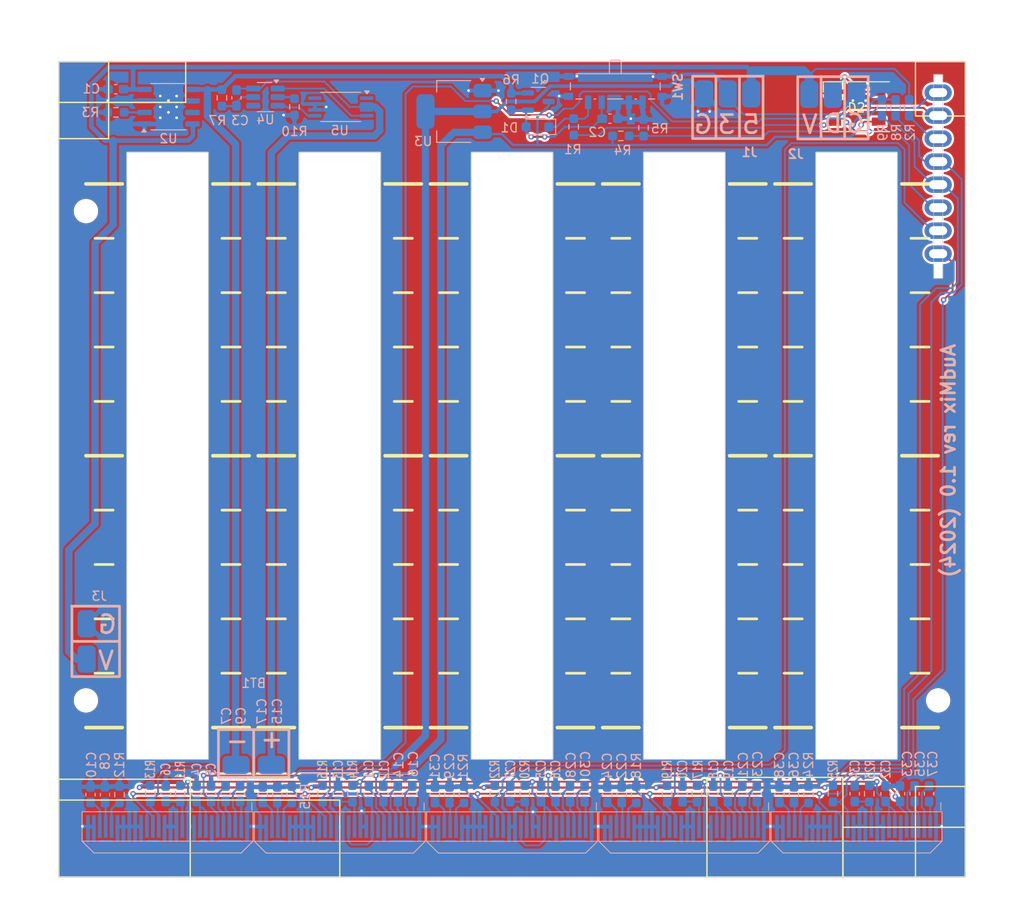
<source format=kicad_pcb>
(kicad_pcb (version 20240108) (generator "pcbnew") (generator_version "8.0")
  (layers (0 "F.Cu" signal) (31 "B.Cu" signal) (34 "B.Paste" user) (35 "F.Paste" user) (36 "B.SilkS" user "B.Silkscreen") (37 "F.SilkS" user "F.Silkscreen") (38 "B.Mask" user) (39 "F.Mask" user) (44 "Edge.Cuts" user))
  (net 0 "")
  (net 1 "+BATT")
  (net 2 "Net-(BT1--)")
  (net 3 "+5V")
  (net 4 "GND")
  (net 5 "Net-(U4-VCC)")
  (net 6 "+3.3V")
  (net 7 "VCC")
  (net 8 "Net-(U10-C1P)")
  (net 9 "Net-(U10-C1N)")
  (net 10 "Net-(U10-VCOMH)")
  (net 11 "Net-(U10-C2N)")
  (net 12 "Net-(U10-C2P)")
  (net 13 "Net-(U10-VCC)")
  (net 14 "Net-(D1-A)")
  (net 15 "Net-(U1-GPIO5)")
  (net 16 "Net-(U2-PROG)")
  (net 17 "Net-(U4-CS)")
  (net 18 "/I2C_CS1")
  (net 19 "/I2C_SCL")
  (net 20 "/I2C_CS2")
  (net 21 "Net-(U10-IREF)")
  (net 22 "/I2C_CS3")
  (net 23 "/I2C_SDA")
  (net 24 "Net-(U4-OC)")
  (net 25 "Net-(U4-OD)")
  (net 28 "Net-(U10-RES#)")
  (net 29 "/MODE")
  (net 30 "/WS2812B")
  (net 31 "Net-(U1-GPIO7)")
  (net 34 "Net-(U6-RES#)")
  (net 35 "Net-(U6-C1P)")
  (net 36 "Net-(U6-C1N)")
  (net 37 "Net-(U6-VCOMH)")
  (net 38 "Net-(U6-C2P)")
  (net 39 "Net-(U6-C2N)")
  (net 40 "Net-(U6-VCC)")
  (net 41 "Net-(U7-RES#)")
  (net 42 "Net-(U7-C1P)")
  (net 43 "Net-(U7-C1N)")
  (net 44 "Net-(U7-VCOMH)")
  (net 45 "Net-(U7-C2N)")
  (net 46 "Net-(U7-C2P)")
  (net 47 "Net-(U7-VCC)")
  (net 48 "Net-(U8-RES#)")
  (net 49 "Net-(U8-C1P)")
  (net 50 "Net-(U8-C1N)")
  (net 51 "Net-(U8-VCOMH)")
  (net 52 "Net-(U8-C2P)")
  (net 53 "Net-(U8-C2N)")
  (net 54 "Net-(U8-VCC)")
  (net 55 "Net-(U9-RES#)")
  (net 56 "Net-(U9-C1P)")
  (net 57 "Net-(U9-C1N)")
  (net 58 "Net-(U9-VCOMH)")
  (net 59 "Net-(U9-C2P)")
  (net 60 "Net-(U9-C2N)")
  (net 61 "Net-(U9-VCC)")
  (net 62 "/WS2812B_3V3")
  (net 63 "Net-(U6-IREF)")
  (net 64 "Net-(U7-IREF)")
  (net 65 "Net-(U8-IREF)")
  (net 66 "Net-(U9-IREF)")
  (footprint "MountingHole:MountingHole_2.2mm_M2" (layer "F.Cu") (at 53 66.5)
    (property "Reference" "REF**" (hide yes))
    (property "Value" "MountingHole_2.2mm_M2")
  )
  (footprint "MountingHole:MountingHole_2.2mm_M2" (layer "F.Cu") (at 53 120.5)
    (property "Reference" "REF**" (hide yes))
    (property "Value" "MountingHole_2.2mm_M2")
  )
  (footprint "MountingHole:MountingHole_2.2mm_M2" (layer "F.Cu") (at 147 120.5)
    (property "Reference" "REF**" (hide yes))
    (property "Value" "MountingHole_2.2mm_M2")
  )
  (footprint "LED_SMD:LED_WS2812B_PLCC4_5.0x5.0mm_P3.2mm" (layer "F.Cu") (at 137.9875 54.975 180)
    (property "Reference" "D2")
    (property "Value" "WS2812B")
  )
  (footprint "Lib:ESP32-C3_SuperMini_TOP" (layer "F.Cu") (at 147 53.42 -90)
    (property "Reference" "U1" (hide yes))
    (property "Value" "ESP32-C3-SuperMini-left")
    (fp_rect (start -2 -0.5) (end 20.5 0.5) (stroke (width 0.05)) (fill none) (layer "Edge.Cuts"))
  )
  (footprint "Capacitor_SMD:C_0603_1608Metric_Pad1.08x0.95mm_HandSolder" (layer "B.Cu") (at 129.5 130.9 90)
    (property "Reference" "C38")
    (property "Value" "2.2u")
  )
  (footprint "Resistor_SMD:R_0603_1608Metric_Pad0.98x0.95mm_HandSolder" (layer "B.Cu") (at 135.4 130.8 90)
    (property "Reference" "R25")
    (property "Value" "10K")
  )
  (footprint "Resistor_SMD:R_0603_1608Metric_Pad0.98x0.95mm_HandSolder" (layer "B.Cu") (at 120.4 130.8125 -90)
    (property "Reference" "R17")
    (property "Value" "10K")
  )
  (footprint "Lib:0.66_OLED" (layer "B.Cu") (at 81 132.8 180)
    (property "Reference" "U7" (hide yes))
    (property "Value" "SSD1315")
  )
  (footprint "Capacitor_SMD:C_0603_1608Metric_Pad1.08x0.95mm_HandSolder" (layer "B.Cu") (at 99.8 130.8125 90)
    (property "Reference" "C27")
    (property "Value" "2.2u")
  )
  (footprint "Resistor_SMD:R_0603_1608Metric_Pad0.98x0.95mm_HandSolder" (layer "B.Cu") (at 140.8 55.1 -90)
    (property "Reference" "R9")
    (property "Value" "1K")
  )
  (footprint "Resistor_SMD:R_0603_1608Metric_Pad0.98x0.95mm_HandSolder" (layer "B.Cu") (at 114.5 57.3 90)
    (property "Reference" "R5")
    (property "Value" "10K")
  )
  (footprint "Lib:0.66_OLED" (layer "B.Cu") (at 119 132.8 180)
    (property "Reference" "U8" (hide yes))
    (property "Value" "SSD1315")
  )
  (footprint "Capacitor_SMD:C_0603_1608Metric_Pad1.08x0.95mm_HandSolder" (layer "B.Cu") (at 103.2 130.8125 90)
    (property "Reference" "C25")
    (property "Value" "1u")
  )
  (footprint "Capacitor_SMD:C_0603_1608Metric_Pad1.08x0.95mm_HandSolder" (layer "B.Cu") (at 89 130.8125 90)
    (property "Reference" "C16")
    (property "Value" "1u")
  )
  (footprint "Capacitor_SMD:C_0603_1608Metric_Pad1.08x0.95mm_HandSolder" (layer "B.Cu") (at 123.8 130.8125 90)
    (property "Reference" "C19")
    (property "Value" "1u")
  )
  (footprint "Resistor_SMD:R_0603_1608Metric_Pad0.98x0.95mm_HandSolder" (layer "B.Cu") (at 63.4 130.8 -90)
    (property "Reference" "R11")
    (property "Value" "10K")
  )
  (footprint "Capacitor_SMD:C_0603_1608Metric_Pad1.08x0.95mm_HandSolder" (layer "B.Cu") (at 127 130.8125 90)
    (property "Reference" "C23")
    (property "Value" "1u")
  )
  (footprint "Resistor_SMD:R_0603_1608Metric_Pad0.98x0.95mm_HandSolder" (layer "B.Cu") (at 98.1 130.8125 90)
    (property "Reference" "R22")
    (property "Value" "10K")
  )
  (footprint "Resistor_SMD:R_0603_1608Metric_Pad0.98x0.95mm_HandSolder" (layer "B.Cu") (at 117.1 130.8125 90)
    (property "Reference" "R19")
    (property "Value" "10K")
  )
  (footprint "Package_TO_SOT_SMD:SOT-23-6_Handsoldering" (layer "B.Cu") (at 72.8 53.915 180)
    (property "Reference" "U4")
    (property "Value" "DW01A")
  )
  (footprint "Package_SO:HSOP-8-1EP_3.9x4.9mm_P1.27mm_EP2.41x3.1mm" (layer "B.Cu") (at 62.1 54.975)
    (property "Reference" "U2")
    (property "Value" "TP4056")
  )
  (footprint "Capacitor_SMD:C_0603_1608Metric_Pad1.08x0.95mm_HandSolder" (layer "B.Cu") (at 80.8 130.8125 90)
    (property "Reference" "C13")
    (property "Value" "2.2u")
  )
  (footprint "Resistor_SMD:R_0603_1608Metric_Pad0.98x0.95mm_HandSolder" (layer "B.Cu") (at 99.9 54.4 -90)
    (property "Reference" "R6")
    (property "Value" "10K")
  )
  (footprint "Capacitor_SMD:C_0603_1608Metric_Pad1.08x0.95mm_HandSolder" (layer "B.Cu") (at 122.2 130.8125 90)
    (property "Reference" "C18")
    (property "Value" "1u")
  )
  (footprint "Lib:0.66_OLED" (layer "B.Cu") (at 138 132.7875 180)
    (property "Reference" "U10" (hide yes))
    (property "Value" "SSD1315")
  )
  (footprint "Capacitor_SMD:C_0603_1608Metric_Pad1.08x0.95mm_HandSolder" (layer "B.Cu") (at 69.6 54 90)
    (property "Reference" "C3")
    (property "Value" "100n")
  )
  (footprint "Diode_SMD:D_SOD-323_HandSoldering" (layer "B.Cu") (at 102.8 57.2 180)
    (property "Reference" "D1")
    (property "Value" "D")
  )
  (footprint "Resistor_SMD:R_0603_1608Metric_Pad0.98x0.95mm_HandSolder" (layer "B.Cu") (at 75.7 130.9125 90)
    (property "Reference" "R15")
    (property "Value" "390K")
  )
  (footprint "Lib:WS2812B_strip" (layer "B.Cu") (at 135.3875 53.6125)
    (property "Reference" "J2")
    (property "Value" "Conn_01x03_Socket")
  )
  (footprint "Resistor_SMD:R_0603_1608Metric_Pad0.98x0.95mm_HandSolder" (layer "B.Cu") (at 142.3 55.1 -90)
    (property "Reference" "R8")
    (property "Value" "1K")
  )
  (footprint "Capacitor_SMD:C_0603_1608Metric_Pad1.08x0.95mm_HandSolder" (layer "B.Cu") (at 125.4 130.8125 90)
    (property "Reference" "C21")
    (property "Value" "1u")
  )
  (footprint "Capacitor_SMD:C_0603_1608Metric_Pad1.08x0.95mm_HandSolder" (layer "B.Cu") (at 87.4 130.8125 90)
    (property "Reference" "C14")
    (property "Value" "1u")
  )
  (footprint "Capacitor_SMD:C_0603_1608Metric_Pad1.08x0.95mm_HandSolder" (layer "B.Cu") (at 85.8 130.8125 90)
    (property "Reference" "C12")
    (property "Value" "1u")
  )
  (footprint "Capacitor_SMD:C_0603_1608Metric_Pad1.08x0.95mm_HandSolder" (layer "B.Cu") (at 142.8 130.8 90)
    (property "Reference" "C33")
    (property "Value" "1u")
  )
  (footprint "Resistor_SMD:R_0603_1608Metric_Pad0.98x0.95mm_HandSolder" (layer "B.Cu") (at 76 55 -90)
    (property "Reference" "R10")
    (property "Value" "1K")
  )
  (footprint "Capacitor_SMD:C_0603_1608Metric_Pad1.08x0.95mm_HandSolder" (layer "B.Cu") (at 137.8 130.8 90)
    (property "Reference" "C34")
    (property "Value" "2.2u")
  )
  (footprint "Lib:0.66_OLED" (layer "B.Cu") (at 62 132.7875 180)
    (property "Reference" "U6" (hide yes))
    (property "Value" "SSD1315")
  )
  (footprint "Lib:WS2812B_strip_1" (layer "B.Cu") (at 53.4 114 90)
    (property "Reference" "J3")
    (property "Value" "Conn_01x03_Pin")
  )
  (footprint "Package_SO:TSSOP-8_4.4x3mm_P0.65mm" (layer "B.Cu") (at 81.1 55 180)
    (property "Reference" "U5")
    (property "Value" "FS8205A")
  )
  (footprint "Capacitor_SMD:C_0603_1608Metric_Pad1.08x0.95mm_HandSolder" (layer "B.Cu") (at 144.4 130.8 90)
    (property "Reference" "C35")
    (property "Value" "1u")
  )
  (footprint "Lib:MSK-12C031 P3T" (layer "B.Cu") (at 111.54 49.905)
    (property "Reference" "SW1")
    (property "Value" "SW_SP3T")
  )
  (footprint "Capacitor_SMD:C_0603_1608Metric_Pad1.08x0.95mm_HandSolder" (layer "B.Cu") (at 141.2 130.8 90)
    (property "Reference" "C32")
    (property "Value" "1u")
  )
  (footprint "Capacitor_SMD:C_0603_1608Metric_Pad1.08x0.95mm_HandSolder" (layer "B.Cu") (at 110.8 56.3)
    (property "Reference" "C2")
    (property "Value" "2.2u")
  )
  (footprint "Capacitor_SMD:C_0603_1608Metric_Pad1.08x0.95mm_HandSolder" (layer "B.Cu") (at 66.8 130.8 90)
    (property "Reference" "C5")
    (property "Value" "1u")
  )
  (footprint "Resistor_SMD:R_0603_1608Metric_Pad0.98x0.95mm_HandSolder" (layer "B.Cu") (at 106.8 57.2 90)
    (property "Reference" "R1")
    (property "Value" "10K")
  )
  (footprint "Capacitor_SMD:C_0603_1608Metric_Pad1.08x0.95mm_HandSolder" (layer "B.Cu") (at 70 130.8 90)
    (property "Reference" "C9")
    (property "Value" "1u")
  )
  (footprint "Capacitor_SMD:C_0603_1608Metric_Pad1.08x0.95mm_HandSolder" (layer "B.Cu") (at 56.2875 53.05 180)
    (property "Reference" "C1")
    (property "Value" "2.2u")
  )
  (footprint "Package_TO_SOT_SMD:SOT-23-3" (layer "B.Cu") (at 102.9 54.4)
    (property "Reference" "Q1")
    (property "Value" "PMOS")
  )
  (footprint "Resistor_SMD:R_0603_1608Metric_Pad0.98x0.95mm_HandSolder" (layer "B.Cu") (at 79.1 130.8125 90)
    (property "Reference" "R16")
    (property "Value" "10K")
  )
  (footprint "Resistor_SMD:R_0603_1608Metric_Pad0.98x0.95mm_HandSolder" (layer "B.Cu") (at 56.3 55.6 180)
    (property "Reference" "R3")
    (property "Value" "1.2K")
  )
  (footprint "Resistor_SMD:R_0603_1608Metric_Pad0.98x0.95mm_HandSolder" (layer "B.Cu") (at 112 58.2)
    (property "Reference" "R4")
    (property "Value" "10K")
  )
  (footprint "Resistor_SMD:R_0603_1608Metric_Pad0.98x0.95mm_HandSolder" (layer "B.Cu") (at 101.4 130.8125 -90)
    (property "Reference" "R20")
    (property "Value" "10K")
  )
  (footprint "Capacitor_SMD:C_0603_1608Metric_Pad1.08x0.95mm_HandSolder" (layer "B.Cu") (at 108 130.8125 90)
    (property "Reference" "C30")
    (property "Value" "1u")
  )
  (footprint "Capacitor_SMD:C_0603_1608Metric_Pad1.08x0.95mm_HandSolder" (layer "B.Cu") (at 112.1 130.9125 90)
    (property "Reference" "C22")
    (property "Value" "2.2u")
  )
  (footprint "Capacitor_SMD:C_0603_1608Metric_Pad1.08x0.95mm_HandSolder" (layer "B.Cu") (at 93.1 130.9125 90)
    (property "Reference" "C29")
    (property "Value" "2.2u")
  )
  (footprint "Capacitor_SMD:C_0603_1608Metric_Pad1.08x0.95mm_HandSolder" (layer "B.Cu") (at 106.4 130.8125 90)
    (property "Reference" "C28")
    (property "Value" "1u")
  )
  (footprint "Resistor_SMD:R_0603_1608Metric_Pad0.98x0.95mm_HandSolder" (layer "B.Cu") (at 113.7 130.9125 90)
    (property "Reference" "R18")
    (property "Value" "390K")
  )
  (footprint "Lib:Battery" (layer "B.Cu") (at 71.5 123.725 180)
    (property "Reference" "BT1")
    (property "Value" "Battery_Cell")
  )
  (footprint "Lib:0.66_OLED" (layer "B.Cu") (at 100 132.8 180)
    (property "Reference" "U9" (hide yes))
    (property "Value" "SSD1315")
  )
  (footprint "Resistor_SMD:R_0603_1608Metric_Pad0.98x0.95mm_HandSolder" (layer "B.Cu") (at 132.7 130.9 90)
    (property "Reference" "R24")
    (property "Value" "390K")
  )
  (footprint "Capacitor_SMD:C_0603_1608Metric_Pad1.08x0.95mm_HandSolder" (layer "B.Cu") (at 110.5 130.9125 90)
    (property "Reference" "C24")
    (property "Value" "2.2u")
  )
  (footprint "Capacitor_SMD:C_0603_1608Metric_Pad1.08x0.95mm_HandSolder" (layer "B.Cu") (at 118.8 130.8125 90)
    (property "Reference" "C20")
    (property "Value" "2.2u")
  )
  (footprint "Resistor_SMD:R_0603_1608Metric_Pad0.98x0.95mm_HandSolder" (layer "B.Cu") (at 68 54 -90)
    (property "Reference" "R7")
    (property "Value" "100")
  )
  (footprint "Capacitor_SMD:C_0603_1608Metric_Pad1.08x0.95mm_HandSolder" (layer "B.Cu") (at 65.2 130.8 90)
    (property "Reference" "C4")
    (property "Value" "1u")
  )
  (footprint "Resistor_SMD:R_0603_1608Metric_Pad0.98x0.95mm_HandSolder" (layer "B.Cu") (at 143.8 55.1 90)
    (property "Reference" "R2")
    (property "Value" "10K")
  )
  (footprint "Resistor_SMD:R_0603_1608Metric_Pad0.98x0.95mm_HandSolder" (layer "B.Cu") (at 82.4 130.8125 -90)
    (property "Reference" "R14")
    (property "Value" "10K")
  )
  (footprint "Capacitor_SMD:C_0603_1608Metric_Pad1.08x0.95mm_HandSolder" (layer "B.Cu") (at 53.5 130.9 90)
    (property "Reference" "C10")
    (property "Value" "2.2u")
  )
  (footprint "Resistor_SMD:R_0603_1608Metric_Pad0.98x0.95mm_HandSolder" (layer "B.Cu") (at 60.1 130.8 90)
    (property "Reference" "R13")
    (property "Value" "10K")
  )
  (footprint "Package_TO_SOT_SMD:SOT-223-3_TabPin2" (layer "B.Cu") (at 93.6 55.5 180)
    (property "Reference" "U3")
    (property "Value" "AP1117-33")
  )
  (footprint "Capacitor_SMD:C_0603_1608Metric_Pad1.08x0.95mm_HandSolder" (layer "B.Cu") (at 61.8 130.8 90)
    (property "Reference" "C6")
    (property "Value" "2.2u")
  )
  (footprint "Capacitor_SMD:C_0603_1608Metric_Pad1.08x0.95mm_HandSolder" (layer "B.Cu") (at 84.2 130.8125 90)
    (property "Reference" "C11")
    (property "Value" "1u")
  )
  (footprint "Capacitor_SMD:C_0603_1608Metric_Pad1.08x0.95mm_HandSolder" (layer "B.Cu") (at 74.1 130.9125 90)
    (property "Reference" "C15")
    (property "Value" "2.2u")
  )
  (footprint "Capacitor_SMD:C_0603_1608Metric_Pad1.08x0.95mm_HandSolder" (layer "B.Cu") (at 91.5 130.9125 90)
    (property "Reference" "C31")
    (property "Value" "2.2u")
  )
  (footprint "Capacitor_SMD:C_0603_1608Metric_Pad1.08x0.95mm_HandSolder" (layer "B.Cu") (at 55.1 130.9 90)
    (property "Reference" "C8")
    (property "Value" "2.2u")
  )
  (footprint "Capacitor_SMD:C_0603_1608Metric_Pad1.08x0.95mm_HandSolder" (layer "B.Cu") (at 131.1 130.9 90)
    (property "Reference" "C36")
    (property "Value" "2.2u")
  )
  (footprint "Resistor_SMD:R_0603_1608Metric_Pad0.98x0.95mm_HandSolder" (layer "B.Cu") (at 139.4 130.8 -90)
    (property "Reference" "R23")
    (property "Value" "10K")
  )
  (footprint "Resistor_SMD:R_0603_1608Metric_Pad0.98x0.95mm_HandSolder" (layer "B.Cu") (at 56.7 130.9 90)
    (property "Reference" "R12")
    (property "Value" "390K")
  )
  (footprint "Resistor_SMD:R_0603_1608Metric_Pad0.98x0.95mm_HandSolder" (layer "B.Cu") (at 94.7 130.9125 90)
    (property "Reference" "R21")
    (property "Value" "390K")
  )
  (footprint "Capacitor_SMD:C_0603_1608Metric_Pad1.08x0.95mm_HandSolder" (layer "B.Cu") (at 68.4 130.8 90)
    (property "Reference" "C7")
    (property "Value" "1u")
  )
  (footprint "Lib:Crossboard" (layer "B.Cu") (at 123.7875 51.6125)
    (property "Reference" "J1")
    (property "Value" "Conn_01x03_Socket")
  )
  (footprint "Capacitor_SMD:C_0603_1608Metric_Pad1.08x0.95mm_HandSolder" (layer "B.Cu") (at 146 130.8 90)
    (property "Reference" "C37")
    (property "Value" "1u")
  )
  (footprint "Capacitor_SMD:C_0603_1608Metric_Pad1.08x0.95mm_HandSolder" (layer "B.Cu") (at 72.5 130.9125 90)
    (property "Reference" "C17")
    (property "Value" "2.2u")
  )
  (footprint "Capacitor_SMD:C_0603_1608Metric_Pad1.08x0.95mm_HandSolder" (layer "B.Cu") (at 104.8 130.8125 90)
    (property "Reference" "C26")
    (property "Value" "1u")
  )
  (gr_line (start 108 105.5) (end 106 105.5) (stroke (width 0.3)) (layer "F.SilkS"))
  (gr_line (start 144 75.5) (end 146 75.5) (stroke (width 0.3)) (layer "F.SilkS"))
  (gr_line (start 143 93.5) (end 147 93.5) (stroke (width 0.4)) (layer "F.SilkS"))
  (gr_line (start 73 75.5) (end 75 75.5) (stroke (width 0.3)) (layer "F.SilkS"))
  (gr_line (start 94 117.5) (end 92 117.5) (stroke (width 0.3)) (layer "F.SilkS"))
  (gr_line (start 111 81.5) (end 113 81.5) (stroke (width 0.3)) (layer "F.SilkS"))
  (gr_line (start 125 81.5) (end 127 81.5) (stroke (width 0.3)) (layer "F.SilkS"))
  (gr_line (start 86 93.5) (end 90 93.5) (stroke (width 0.4)) (layer "F.SilkS"))
  (gr_line (start 125 69.5) (end 127 69.5) (stroke (width 0.3)) (layer "F.SilkS"))
  (gr_line (start 129 93.5) (end 133 93.5) (stroke (width 0.4)) (layer "F.SilkS"))
  (gr_line (start 94 111.5) (end 92 111.5) (stroke (width 0.3)) (layer "F.SilkS"))
  (gr_line (start 56 105.5) (end 54 105.5) (stroke (width 0.3)) (layer "F.SilkS"))
  (gr_line (start 89 111.5) (end 87 111.5) (stroke (width 0.3)) (layer "F.SilkS"))
  (gr_line (start 105 63.5) (end 109 63.5) (stroke (width 0.4)) (layer "F.SilkS"))
  (gr_line (start 108 99.5) (end 106 99.5) (stroke (width 0.3)) (layer "F.SilkS"))
  (gr_line (start 90 123.5) (end 86 123.5) (stroke (width 0.4)) (layer "F.SilkS"))
  (gr_line (start 144 81.5) (end 146 81.5) (stroke (width 0.3)) (layer "F.SilkS"))
  (gr_line (start 132 111.5) (end 130 111.5) (stroke (width 0.3)) (layer "F.SilkS"))
  (gr_line (start 68 69.5) (end 70 69.5) (stroke (width 0.3)) (layer "F.SilkS"))
  (gr_line (start 70 111.5) (end 68 111.5) (stroke (width 0.3)) (layer "F.SilkS"))
  (gr_line (start 54 87.5) (end 56 87.5) (stroke (width 0.3)) (layer "F.SilkS"))
  (gr_line (start 54 75.5) (end 56 75.5) (stroke (width 0.3)) (layer "F.SilkS"))
  (gr_rect (start 50 50) (end 55.5 58.5) (stroke (width 0.15)) (fill none) (layer "F.SilkS"))
  (gr_rect (start 50 50) (end 64 54.5) (stroke (width 0.15)) (fill none) (layer "F.SilkS"))
  (gr_line (start 114 123.5) (end 110 123.5) (stroke (width 0.4)) (layer "F.SilkS"))
  (gr_line (start 105 93.5) (end 109 93.5) (stroke (width 0.4)) (layer "F.SilkS"))
  (gr_line (start 68 87.5) (end 70 87.5) (stroke (width 0.3)) (layer "F.SilkS"))
  (gr_line (start 113 99.5) (end 111 99.5) (stroke (width 0.3)) (layer "F.SilkS"))
  (gr_line (start 106 81.5) (end 108 81.5) (stroke (width 0.3)) (layer "F.SilkS"))
  (gr_line (start 91 93.5) (end 95 93.5) (stroke (width 0.4)) (layer "F.SilkS"))
  (gr_line (start 56 99.5) (end 54 99.5) (stroke (width 0.3)) (layer "F.SilkS"))
  (gr_line (start 87 81.5) (end 89 81.5) (stroke (width 0.3)) (layer "F.SilkS"))
  (gr_line (start 72 93.5) (end 76 93.5) (stroke (width 0.4)) (layer "F.SilkS"))
  (gr_line (start 56 111.5) (end 54 111.5) (stroke (width 0.3)) (layer "F.SilkS"))
  (gr_line (start 125 87.5) (end 127 87.5) (stroke (width 0.3)) (layer "F.SilkS"))
  (gr_line (start 109 123.5) (end 105 123.5) (stroke (width 0.4)) (layer "F.SilkS"))
  (gr_line (start 143 63.5) (end 147 63.5) (stroke (width 0.4)) (layer "F.SilkS"))
  (gr_line (start 75 99.5) (end 73 99.5) (stroke (width 0.3)) (layer "F.SilkS"))
  (gr_line (start 92 75.5) (end 94 75.5) (stroke (width 0.3)) (layer "F.SilkS"))
  (gr_line (start 54 69.5) (end 56 69.5) (stroke (width 0.3)) (layer "F.SilkS"))
  (gr_line (start 127 111.5) (end 125 111.5) (stroke (width 0.3)) (layer "F.SilkS"))
  (gr_line (start 132 99.5) (end 130 99.5) (stroke (width 0.3)) (layer "F.SilkS"))
  (gr_line (start 56 117.5) (end 54 117.5) (stroke (width 0.3)) (layer "F.SilkS"))
  (gr_line (start 87 69.5) (end 89 69.5) (stroke (width 0.3)) (layer "F.SilkS"))
  (gr_line (start 106 87.5) (end 108 87.5) (stroke (width 0.3)) (layer "F.SilkS"))
  (gr_line (start 53 93.5) (end 57 93.5) (stroke (width 0.4)) (layer "F.SilkS"))
  (gr_line (start 68 81.5) (end 70 81.5) (stroke (width 0.3)) (layer "F.SilkS"))
  (gr_line (start 144 87.5) (end 146 87.5) (stroke (width 0.3)) (layer "F.SilkS"))
  (gr_line (start 144 69.5) (end 146 69.5) (stroke (width 0.3)) (layer "F.SilkS"))
  (gr_line (start 86 63.5) (end 90 63.5) (stroke (width 0.4)) (layer "F.SilkS"))
  (gr_line (start 53 63.5) (end 57 63.5) (stroke (width 0.4)) (layer "F.SilkS"))
  (gr_line (start 124 63.5) (end 128 63.5) (stroke (width 0.4)) (layer "F.SilkS"))
  (gr_rect (start 144.5 130) (end 150 140) (stroke (width 0.15)) (fill none) (layer "F.SilkS"))
  (gr_line (start 89 105.5) (end 87 105.5) (stroke (width 0.3)) (layer "F.SilkS"))
  (gr_line (start 76 123.5) (end 72 123.5) (stroke (width 0.4)) (layer "F.SilkS"))
  (gr_line (start 130 87.5) (end 132 87.5) (stroke (width 0.3)) (layer "F.SilkS"))
  (gr_line (start 72 63.5) (end 76 63.5) (stroke (width 0.4)) (layer "F.SilkS"))
  (gr_line (start 89 117.5) (end 87 117.5) (stroke (width 0.3)) (layer "F.SilkS"))
  (gr_line (start 132 105.5) (end 130 105.5) (stroke (width 0.3)) (layer "F.SilkS"))
  (gr_line (start 128 123.5) (end 124 123.5) (stroke (width 0.4)) (layer "F.SilkS"))
  (gr_line (start 127 117.5) (end 125 117.5) (stroke (width 0.3)) (layer "F.SilkS"))
  (gr_line (start 92 81.5) (end 94 81.5) (stroke (width 0.3)) (layer "F.SilkS"))
  (gr_line (start 94 105.5) (end 92 105.5) (stroke (width 0.3)) (layer "F.SilkS"))
  (gr_line (start 92 69.5) (end 94 69.5) (stroke (width 0.3)) (layer "F.SilkS"))
  (gr_line (start 110 93.5) (end 114 93.5) (stroke (width 0.4)) (layer "F.SilkS"))
  (gr_line (start 75 111.5) (end 73 111.5) (stroke (width 0.3)) (layer "F.SilkS"))
  (gr_line (start 73 87.5) (end 75 87.5) (stroke (width 0.3)) (layer "F.SilkS"))
  (gr_line (start 113 105.5) (end 111 105.5) (stroke (width 0.3)) (layer "F.SilkS"))
  (gr_line (start 108 111.5) (end 106 111.5) (stroke (width 0.3)) (layer "F.SilkS"))
  (gr_line (start 125 75.5) (end 127 75.5) (stroke (width 0.3)) (layer "F.SilkS"))
  (gr_rect (start 50 129.2) (end 64.5 140) (stroke (width 0.15)) (fill none) (layer "F.SilkS"))
  (gr_rect (start 144.5 50) (end 150 56) (stroke (width 0.15)) (fill none) (layer "F.SilkS"))
  (gr_line (start 108 117.5) (end 106 117.5) (stroke (width 0.3)) (layer "F.SilkS"))
  (gr_line (start 124 93.5) (end 128 93.5) (stroke (width 0.4)) (layer "F.SilkS"))
  (gr_rect (start 136.5 134.5) (end 150 140) (stroke (width 0.15)) (fill none) (layer "F.SilkS"))
  (gr_line (start 89 99.5) (end 87 99.5) (stroke (width 0.3)) (layer "F.SilkS"))
  (gr_line (start 146 99.5) (end 144 99.5) (stroke (width 0.3)) (layer "F.SilkS"))
  (gr_line (start 71 123.5) (end 67 123.5) (stroke (width 0.4)) (layer "F.SilkS"))
  (gr_line (start 95 123.5) (end 91 123.5) (stroke (width 0.4)) (layer "F.SilkS"))
  (gr_line (start 87 87.5) (end 89 87.5) (stroke (width 0.3)) (layer "F.SilkS"))
  (gr_line (start 87 75.5) (end 89 75.5) (stroke (width 0.3)) (layer "F.SilkS"))
  (gr_line (start 75 105.5) (end 73 105.5) (stroke (width 0.3)) (layer "F.SilkS"))
  (gr_line (start 133 123.5) (end 129 123.5) (stroke (width 0.4)) (layer "F.SilkS"))
  (gr_line (start 130 81.5) (end 132 81.5) (stroke (width 0.3)) (layer "F.SilkS"))
  (gr_line (start 130 69.5) (end 132 69.5) (stroke (width 0.3)) (layer "F.SilkS"))
  (gr_line (start 111 87.5) (end 113 87.5) (stroke (width 0.3)) (layer "F.SilkS"))
  (gr_rect (start 50 131.5) (end 81 140) (stroke (width 0.15)) (fill none) (layer "F.SilkS"))
  (gr_line (start 146 105.5) (end 144 105.5) (stroke (width 0.3)) (layer "F.SilkS"))
  (gr_line (start 106 75.5) (end 108 75.5) (stroke (width 0.3)) (layer "F.SilkS"))
  (gr_line (start 130 75.5) (end 132 75.5) (stroke (width 0.3)) (layer "F.SilkS"))
  (gr_line (start 92 87.5) (end 94 87.5) (stroke (width 0.3)) (layer "F.SilkS"))
  (gr_rect (start 121.5 129) (end 136.5 140) (stroke (width 0.15)) (fill none) (layer "F.SilkS"))
  (gr_line (start 106 69.5) (end 108 69.5) (stroke (width 0.3)) (layer "F.SilkS"))
  (gr_line (start 110 63.5) (end 114 63.5) (stroke (width 0.4)) (layer "F.SilkS"))
  (gr_line (start 146 111.5) (end 144 111.5) (stroke (width 0.3)) (layer "F.SilkS"))
  (gr_line (start 91 63.5) (end 95 63.5) (stroke (width 0.4)) (layer "F.SilkS"))
  (gr_line (start 147 123.5) (end 143 123.5) (stroke (width 0.4)) (layer "F.SilkS"))
  (gr_line (start 73 81.5) (end 75 81.5) (stroke (width 0.3)) (layer "F.SilkS"))
  (gr_line (start 70 105.5) (end 68 105.5) (stroke (width 0.3)) (layer "F.SilkS"))
  (gr_line (start 54 81.5) (end 56 81.5) (stroke (width 0.3)) (layer "F.SilkS"))
  (gr_line (start 127 99.5) (end 125 99.5) (stroke (width 0.3)) (layer "F.SilkS"))
  (gr_line (start 67 93.5) (end 71 93.5) (stroke (width 0.4)) (layer "F.SilkS"))
  (gr_line (start 70 99.5) (end 68 99.5) (stroke (width 0.3)) (layer "F.SilkS"))
  (gr_line (start 94 99.5) (end 92 99.5) (stroke (width 0.3)) (layer "F.SilkS"))
  (gr_line (start 111 69.5) (end 113 69.5) (stroke (width 0.3)) (layer "F.SilkS"))
  (gr_line (start 68 75.5) (end 70 75.5) (stroke (width 0.3)) (layer "F.SilkS"))
  (gr_line (start 57 123.5) (end 53 123.5) (stroke (width 0.4)) (layer "F.SilkS"))
  (gr_line (start 113 111.5) (end 111 111.5) (stroke (width 0.3)) (layer "F.SilkS"))
  (gr_line (start 73 69.5) (end 75 69.5) (stroke (width 0.3)) (layer "F.SilkS"))
  (gr_line (start 132 117.5) (end 130 117.5) (stroke (width 0.3)) (layer "F.SilkS"))
  (gr_line (start 146 117.5) (end 144 117.5) (stroke (width 0.3)) (layer "F.SilkS"))
  (gr_line (start 75 117.5) (end 73 117.5) (stroke (width 0.3)) (layer "F.SilkS"))
  (gr_line (start 111 75.5) (end 113 75.5) (stroke (width 0.3)) (layer "F.SilkS"))
  (gr_line (start 67 63.5) (end 71 63.5) (stroke (width 0.4)) (layer "F.SilkS"))
  (gr_line (start 70 117.5) (end 68 117.5) (stroke (width 0.3)) (layer "F.SilkS"))
  (gr_line (start 113 117.5) (end 111 117.5) (stroke (width 0.3)) (layer "F.SilkS"))
  (gr_line (start 129 63.5) (end 133 63.5) (stroke (width 0.4)) (layer "F.SilkS"))
  (gr_line (start 127 105.5) (end 125 105.5) (stroke (width 0.3)) (layer "F.SilkS"))
  (gr_rect (start 133.5 60) (end 142.5 127) (stroke (width 0.1)) (fill none) (layer "Edge.Cuts"))
  (gr_rect (start 95.5 60) (end 104.5 127) (stroke (width 0.1)) (fill none) (layer "Edge.Cuts"))
  (gr_rect (start 57.5 60) (end 66.5 127) (stroke (width 0.1)) (fill none) (layer "Edge.Cuts"))
  (gr_rect (start 114.5 60) (end 123.5 127) (stroke (width 0.1)) (fill none) (layer "Edge.Cuts"))
  (gr_rect (start 50 50) (end 150 140) (stroke (width 0.1)) (fill none) (layer "Edge.Cuts"))
  (gr_rect (start 76.5 60) (end 85.5 127) (stroke (width 0.1)) (fill none) (layer "Edge.Cuts"))
  (gr_text "AudMix rev 1.0 (2024)" (at 149 81 90) (layer "B.SilkS") (effects (font (size 1.5 1.5) (thickness 0.3) (bold yes)) (justify left bottom mirror)))
  (segment (start 69.4875 51.6) (end 87.3 51.6) (width 0.5) (layer "B.Cu") (net 1))
  (segment (start 99.9 53.4875) (end 101.725 53.4875) (width 0.4) (layer "B.Cu") (net 1))
  (segment (start 66.4 53.07) (end 66.4 56) (width 0.8) (layer "B.Cu") (net 1))
  (segment (start 99.9 52.6) (end 99.9 53.4875) (width 0.5) (layer "B.Cu") (net 1))
  (segment (start 69.5 127.575) (end 69.55 127.625) (width 0.8) (layer "B.Cu") (net 1))
  (segment (start 101.725 53.4875) (end 101.7625 53.45) (width 0.4) (layer "B.Cu") (net 1))
  (segment (start 66.4 53.07) (end 68.0175 53.07) (width 0.5) (layer "B.Cu") (net 1))
  (segment (start 69.5 59.1) (end 69.5 127.575) (width 0.8) (layer "B.Cu") (net 1))
  (segment (start 64.75 53.07) (end 66.4 53.07) (width 0.5) (layer "B.Cu") (net 1))
  (segment (start 66.4 56) (end 69.5 59.1) (width 0.8) (layer "B.Cu") (net 1))
  (segment (start 87.3 51.6) (end 98.9 51.6) (width 0.5) (layer "B.Cu") (net 1))
  (segment (start 68.0175 53.07) (end 69.4875 51.6) (width 0.5) (layer "B.Cu") (net 1))
  (segment (start 98.9 51.6) (end 99.9 52.6) (width 0.5) (layer "B.Cu") (net 1))
  (segment (start 85.4 55.5) (end 85.4 57.6) (width 0.8) (layer "B.Cu") (net 2))
  (segment (start 71.1125 52.965) (end 72.235 52.965) (width 0.2) (layer "B.Cu") (net 2))
  (segment (start 84.8 58.2) (end 75.3 58.2) (width 0.8) (layer "B.Cu") (net 2))
  (segment (start 69.825 53.175) (end 69.2 53.175) (width 0.2) (layer "B.Cu") (net 2))
  (segment (start 85.4 57.6) (end 84.8 58.2) (width 0.8) (layer "B.Cu") (net 2))
  (segment (start 84.9 55) (end 85.4 55.5) (width 0.8) (layer "B.Cu") (net 2))
  (segment (start 72.235 52.965) (end 73 52.2) (width 0.2) (layer "B.Cu") (net 2))
  (segment (start 82.1 55) (end 83.6375 55) (width 0.2) (layer "B.Cu") (net 2))
  (segment (start 83.6375 55) (end 83.9625 54.675) (width 0.2) (layer "B.Cu") (net 2))
  (segment (start 70.035 52.965) (end 69.825 53.175) (width 0.2) (layer "B.Cu") (net 2))
  (segment (start 75.3 58.2) (end 73.45 60.05) (width 0.8) (layer "B.Cu") (net 2))
  (segment (start 83.5 55) (end 84.9 55) (width 0.8) (layer "B.Cu") (net 2))
  (segment (start 79.3 52.2) (end 82.1 55) (width 0.2) (layer "B.Cu") (net 2))
  (segment (start 71.1125 52.965) (end 70.035 52.965) (width 0.2) (layer "B.Cu") (net 2))
  (segment (start 73 52.2) (end 79.3 52.2) (width 0.2) (layer "B.Cu") (net 2))
  (segment (start 73.45 60.05) (end 73.45 127.625) (width 0.8) (layer "B.Cu") (net 2))
  (segment (start 126.3875 51.0875) (end 126.475 51) (width 0.5) (layer "B.Cu") (net 3))
  (segment (start 64.3 58.7) (end 56 58.7) (width 0.5) (layer "B.Cu") (net 3))
  (segment (start 133.5 50.8) (end 142.2 50.8) (width 0.2) (layer "B.Cu") (net 3))
  (segment (start 132.1 51) (end 132.7875 51.6875) (width 1) (layer "B.Cu") (net 3))
  (segment (start 51.1 103.9) (end 54 101) (width 0.8) (layer "B.Cu") (net 3))
  (segment (start 143.8 54.1875) (end 143.8 52.4) (width 0.2) (layer "B.Cu") (net 3))
  (segment (start 51.1 115.1) (end 51.95 115.95) (width 0.8) (layer "B.Cu") (net 3))
  (segment (start 59.45 53.07) (end 58.2 53.07) (width 0.5) (layer "B.Cu") (net 3))
  (segment (start 55.1 58.7) (end 53.6 57.2) (width 0.5) (layer "B.Cu") (net 3))
  (segment (start 56 58.7) (end 55.1 58.7) (width 0.5) (layer "B.Cu") (net 3))
  (segment (start 58.2 50.6) (end 125.9 50.6) (width 0.5) (layer "B.Cu") (net 3))
  (segment (start 64.8 56.93) (end 64.8 58.2) (width 0.5) (layer "B.Cu") (net 3))
  (segment (start 132.7875 51.6875) (end 132.7875 53.6125) (width 1) (layer "B.Cu") (net 3))
  (segment (start 54 70) (end 56 68) (width 0.8) (layer "B.Cu") (net 3))
  (segment (start 51.95 115.95) (end 53.075 115.95) (width 0.8) (layer "B.Cu") (net 3))
  (segment (start 57.17 53.07) (end 57.15 53.05) (width 0.5) (layer "B.Cu") (net 3))
  (segment (start 126.475 51) (end 132.1 51) (width 1) (layer "B.Cu") (net 3))
  (segment (start 51.1 114.7) (end 51.1 115.1) (width 0.8) (layer "B.Cu") (net 3))
  (segment (start 132.7 51.6) (end 133.5 50.8) (width 0.2) (layer "B.Cu") (net 3))
  (segment (start 51.1 108) (end 51.1 103.9) (width 0.8) (layer "B.Cu") (net 3))
  (segment (start 125.9 50.6) (end 126.3875 51.0875) (width 0.5) (layer "B.Cu") (net 3))
  (segment (start 58.2 53.07) (end 58.2 50.6) (width 0.5) (layer "B.Cu") (net 3))
  (segment (start 51.1 114.7) (end 51.1 108) (width 0.8) (layer "B.Cu") (net 3))
  (segment (start 126.3875 51.0875) (end 126.3875 53.5625) (width 1) (layer "B.Cu") (net 3))
  (segment (start 56 68) (end 56 58.7) (width 0.8) (layer "B.Cu") (net 3))
  (segment (start 54 101) (end 54 70) (width 0.8) (layer "B.Cu") (net 3))
  (segment (start 55.5 50.6) (end 58.2 50.6) (width 0.5) (layer "B.Cu") (net 3))
  (segment (start 132.1 51) (end 132.7 51.6) (width 1) (layer "B.Cu") (net 3))
  (segment (start 58.2 53.07) (end 57.17 53.07) (width 0.5) (layer "B.Cu") (net 3))
  (segment (start 53.6 52.5) (end 55.5 50.6) (width 0.5) (layer "B.Cu") (net 3))
  (segment (start 64.8 58.2) (end 64.3 58.7) (width 0.5) (layer "B.Cu") (net 3))
  (segment (start 142.2 50.8) (end 143.8 52.4) (width 0.2) (layer "B.Cu") (net 3))
  (segment (start 53.6 57.2) (end 53.6 52.5) (width 0.5) (layer "B.Cu") (net 3))
  (segment (start 64.75 56.88) (end 64.8 56.93) (width 0.5) (layer "B.Cu") (net 3))
  (via (at 52.6 134.4) (size 0.6) (drill 0.3) (layers "F.Cu" "B.Cu") (net 4))
  (via (at 63.4 128.8) (size 0.6) (drill 0.3) (layers "F.Cu" "B.Cu") (net 4))
  (via (at 63 55) (size 0.6) (drill 0.3) (layers "F.Cu" "B.Cu") (net 4))
  (via (at 120.5 55.5) (size 0.6) (drill 0.3) (layers "F.Cu" "B.Cu") (net 4))
  (via (at 147.4 134.4) (size 0.6) (drill 0.3) (layers "F.Cu" "B.Cu") (net 4))
  (via (at 71.5 134.4) (size 0.6) (drill 0.3) (layers "F.Cu" "B.Cu") (net 4))
  (via (at 105.2 53.8) (size 0.6) (drill 0.3) (layers "F.Cu" "B.Cu") (net 4))
  (via (at 79.5 55) (size 0.6) (drill 0.3) (layers "F.Cu" "B.Cu") (net 4))
  (via (at 109.5 134.4) (size 0.6) (drill 0.3) (layers "F.Cu" "B.Cu") (net 4))
  (via (at 83.4 132.7) (size 0.6) (drill 0.3) (layers "F.Cu" "B.Cu") (net 4))
  (via (at 63 53.8) (size 0.6) (drill 0.3) (layers "F.Cu" "B.Cu") (net 4))
  (via (at 61.2 56.2) (size 0.6) (drill 0.3) (layers "F.Cu" "B.Cu") (net 4))
  (via (at 74.8 55.9) (size 0.6) (drill 0.3) (layers "F.Cu" "B.Cu") (net 4))
  (via (at 102.3 132.8) (size 0.6) (drill 0.3) (layers "F.Cu" "B.Cu") (net 4))
  (via (at 121.8 55.5) (size 0.6) (drill 0.3) (layers "F.Cu" "B.Cu") (net 4))
  (via (at 62.1 55.6) (size 0.6) (drill 0.3) (layers "F.Cu" "B.Cu") (net 4))
  (via (at 107.15 51.6) (size 0.6) (drill 0.3) (layers "F.Cu" "B.Cu") (net 4))
  (via (at 61.2 55) (size 0.6) (drill 0.3) (layers "F.Cu" "B.Cu") (net 4))
  (via (at 62.1 54.3) (size 0.6) (drill 0.3) (layers "F.Cu" "B.Cu") (net 4))
  (via (at 98.5 53.2) (size 0.6) (drill 0.3) (layers "F.Cu" "B.Cu") (net 4))
  (via (at 90.5 134.4) (size 0.6) (drill 0.3) (layers "F.Cu" "B.Cu") (net 4))
  (via (at 139 54.3) (size 0.6) (drill 0.3) (layers "F.Cu" "B.Cu") (net 4))
  (via (at 137.6 54.3) (size 0.6) (drill 0.3) (layers "F.Cu" "B.Cu") (net 4))
  (via (at 95.2 53.2) (size 0.6) (drill 0.3) (layers "F.Cu" "B.Cu") (net 4))
  (via (at 63 56.2) (size 0.6) (drill 0.3) (layers "F.Cu" "B.Cu") (net 4))
  (via (at 113.1 56.3) (size 0.6) (drill 0.3) (layers "F.Cu" "B.Cu") (net 4))
  (via (at 55.4 54.3) (size 0.6) (drill 0.3) (layers "F.Cu" "B.Cu") (net 4))
  (via (at 115.55 51.65) (size 0.6) (drill 0.3) (layers "F.Cu" "B.Cu") (net 4))
  (via (at 139.2 52.4) (size 0.6) (drill 0.3) (layers "F.Cu" "B.Cu") (net 4))
  (via (at 128.5 134.4) (size 0.6) (drill 0.3) (layers "F.Cu" "B.Cu") (net 4))
  (via (at 61.2 53.8) (size 0.6) (drill 0.3) (layers "F.Cu" "B.Cu") (net 4))
  (segment (start 108.7 137.4) (end 110.3 137.4) (width 0.2) (layer "B.Cu") (net 4))
  (segment (start 138.325 134.3125) (end 138.325 137.375) (width 0.2) (layer "B.Cu") (net 4))
  (segment (start 132.3 137.4) (end 129.8 137.4) (width 0.2) (layer "B.Cu") (net 4))
  (segment (start 129.1 137.1) (end 129.225 136.975) (width 0.2) (layer "B.Cu") (net 4))
  (segment (start 106.24 51.625) (end 107.125 51.625) (width 0.2) (layer "B.Cu") (net 4))
  (segment (start 146.775 134.3125) (end 146.775 135.825) (width 0.2) (layer "B.Cu") (net 4))
  (segment (start 71.6 130.05) (end 71.35 130.3) (width 0.2) (layer "B.Cu") (net 4))
  (segment (start 53.4 137.5) (end 53.1 137.2) (width 0.2) (layer "B.Cu") (net 4))
  (segment (start 95.125 134.3125) (end 95.125 137.225) (width 0.2) (layer "B.Cu") (net 4))
  (segment (start 127.8 137.5) (end 127.7 137.5) (width 0.2) (layer "B.Cu") (net 4))
  (segment (start 94.475 134.3125) (end 94.475 137.225) (width 0.2) (layer "B.Cu") (net 4))
  (segment (start 75.7 130.3) (end 76.775 131.375) (width 0.2) (layer "B.Cu") (net 4))
  (segment (start 65.2 129) (end 65.2 129.9375) (width 0.2) (layer "B.Cu") (net 4))
  (segment (start 76.125 134.3125) (end 76.125 137.225) (width 0.2) (layer "B.Cu") (net 4))
  (segment (start 141.2 129.9375) (end 142.8 129.9375) (width 0.2) (layer "B.Cu") (net 4))
  (segment (start 58.3 137.3) (end 58.3 137.5) (width 0.2) (layer "B.Cu") (net 4))
  (segment (start 115.425 134.4125) (end 115.425 137.175) (width 0.2) (layer "B.Cu") (net 4))
  (segment (start 94.475 137.225) (end 94.3 137.4) (width 0.2) (layer "B.Cu") (net 4))
  (segment (start 121.8 54.175) (end 121.1875 53.5625) (width 0.2) (layer "B.Cu") (net 4))
  (segment (start 129.4 137.4) (end 129.1 137.1) (width 0.2) (layer "B.Cu") (net 4))
  (segment (start 62.325 137.475) (end 62.3 137.5) (width 0.2) (layer "B.Cu") (net 4))
  (segment (start 77.425 137.075) (end 77.3 137.2) (width 0.2) (layer "B.Cu") (net 4))
  (segment (start 122.5 128.1) (end 123.5 128.1) (width 0.2) (layer "B.Cu") (net 4))
  (segment (start 127.775 134.425) (end 127.775 132.625) (width 0.2) (layer "B.Cu") (net 4))
  (segment (start 91.5 129.1) (end 91.5 130.05) (width 0.2) (layer "B.Cu") (net 4))
  (segment (start 116.075 134.4125) (end 116.075 137.425) (width 0.2) (layer "B.Cu") (net 4))
  (segment (start 104.8 128.35) (end 104.8 129.95) (width 0.2) (layer "B.Cu") (net 4))
  (segment (start 62.975 134.4125) (end 62.975 137.225) (width 0.2) (layer "B.Cu") (net 4))
  (segment (start 98.95 132.25) (end 99.675 132.975) (width 0.2) (layer "B.Cu") (net 4))
  (segment (start 114.775 137.425) (end 114.7 137.5) (width 0.2) (layer "B.Cu") (net 4))
  (segment (start 128.4 128.9375) (end 128.33125 128.86875) (width 0.2) (layer "B.Cu") (net 4))
  (segment (start 99.8 129.95) (end 99.8 129.5) (width 0.2) (layer "B.Cu") (net 4))
  (segment (start 56.475 134.4125) (end 56.475 137.325) (width 0.2) (layer "B.Cu") (net 4))
  (segment (start 81.7 137.4) (end 81.3 137.4) (width 0.2) (layer "B.Cu") (net 4))
  (segment (start 129.2125 134.425) (end 129.225 134.4125) (width 0.2) (layer "B.Cu") (net 4))
  (segment (start 72.8 137.4) (end 72.4 137.4) (width 0.2) (layer "B.Cu") (net 4))
  (segment (start 76.775 131.375) (end 76.775 134.425) (width 0.2) (layer "B.Cu") (net 4))
  (segment (start 114.775 134.4125) (end 114.775 137.425) (width 0.2) (layer "B.Cu") (net 4))
  (segment (start 97.075 134.3125) (end 97.075 137.325) (width 0.2) (layer "B.Cu") (net 4))
  (segment (start 127.775 135.925) (end 127.8 135.95) (width 0.2) (layer "B.Cu") (net 4))
  (segment (start 72.1 137.1) (end 72.225 136.975) (width 0.2) (layer "B.Cu") (net 4))
  (segment (start 95.775 131.325) (end 95.775 134.425) (width 0.2) (layer "B.Cu") (net 4))
  (segment (start 85.8 129.4) (end 86.15 129.05) (width 0.2) (layer "B.Cu") (net 4))
  (segment (start 100.45 128.85) (end 102.6 128.85) (width 0.2) (layer "B.Cu") (net 4))
  (segment (start 66.8 128.65) (end 66.3 128.15) (width 0.2) (layer "B.Cu") (net 4))
  (segment (start 57.3 137.5) (end 56.3 137.5) (width 0.2) (layer "B.Cu") (net 4))
  (segment (start 56.3 137.5) (end 53.8 137.5) (width 0.2) (layer "B.Cu") (net 4))
  (segment (start 147.4 129.7) (end 147.4 132.15) (width 0.2) (layer "B.Cu") (net 4))
  (segment (start 89.8 135.85) (end 89.8 137.4) (width 0.2) (layer "B.Cu") (net 4))
  (segment (start 81.75 130.9) (end 80.8 129.95) (width 0.2) (layer "B.Cu") (net 4))
  (segment (start 61.675 137.475) (end 61.7 137.5) (width 0.2) (layer "B.Cu") (net 4))
  (segment (start 58.425 137.175) (end 58.3 137.3) (width 0.2) (layer "B.Cu") (net 4))
  (segment (start 72.875 134.3125) (end 72.875 137.325) (width 0.2) (layer "B.Cu") (net 4))
  (segment (start 80.7 137.4) (end 78 137.4) (width 0.2) (layer "B.Cu") (net 4))
  (segment (start 61.7 137.5) (end 59 137.5) (width 0.2) (layer "B.Cu") (net 4))
  (segment (start 66.9 137.5) (end 64.9 137.5) (width 0.2) (layer "B.Cu") (net 4))
  (segment (start 86.15 129.05) (end 91.45 129.05) (width 0.2) (layer "B.Cu") (net 4))
  (segment (start 102.925 137.375) (end 102.9 137.4) (width 0.2) (layer "B.Cu") (net 4))
  (segment (start 76.125 137.225) (end 76.3 137.4) (width 0.2) (layer "B.Cu") (net 4))
  (segment (start 102.6 128.85) (end 103.05 128.85) (width 0.2) (layer "B.Cu") (net 4))
  (segment (start 62.325 134.4125) (end 62.325 137.475) (width 0.2) (layer "B.Cu") (net 4))
  (segment (start 137.8 129.5) (end 138.5 128.8) (width 0.2) (layer "B.Cu") (net 4))
  (segment (start 93.5 137.4) (end 91.8 137.4) (width 0.2) (layer "B.Cu") (net 4))
  (segment (start 61.675 134.4125) (end 61.675 137.475) (width 0.2) (layer "B.Cu") (net 4))
  (segment (start 147.3875 134.4125) (end 147.4 134.4) (width 0.2) (layer "B.Cu") (net 4))
  (segment (start 119.325 137.475) (end 119.3 137.5) (width 0.2) (layer "B.Cu") (net 4))
  (segment (start 102.925 133.425) (end 102.3 132.8) (width 0.2) (layer "B.Cu") (net 4))
  (segment (start 80.8 130.15) (end 79.95 131) (width 0.2) (layer "B.Cu") (net 4))
  (segment (start 65 128.8) (end 65.2 129) (width 0.2) (layer "B.Cu") (net 4))
  (segment (start 110.3 137.4) (end 110.1 137.2) (width 0.2) (layer "B.Cu") (net 4))
  (segment (start 97.075 137.325) (end 97 137.4) (width 0.2) (layer "B.Cu") (net 4))
  (segment (start 115.425 137.175) (end 115.3 137.3) (width 0.2) (layer "B.Cu") (net 4))
  (segment (start 61.8 129.1) (end 62.1 128.8) (width 0.2) (layer "B.Cu") (net 4))
  (segment (start 137.8 129.9375) (end 137.8 129.5) (width 0.2) (layer "B.Cu") (net 4))
  (segment (start 61.8 129.9375) (end 61.8 129.1) (width 0.2) (layer "B.Cu") (net 4))
  (segment (start 64.9 137.5) (end 64.4 137.5) (width 0.2) (layer "B.Cu") (net 4))
  (segment (start 138.5 128.8) (end 140.6 128.8) (width 0.2) (layer "B.Cu") (net 4))
  (segment (start 118.675 134.4125) (end 118.675 137.475) (width 0.2) (layer "B.Cu") (net 4))
  (segment (start 121.275 134.4125) (end 121.275 137.375) (width 0.2) (layer "B.Cu") (net 4))
  (segment (start 121.9 137.5) (end 121.4 137.5) (width 0.2) (layer "B.Cu") (net 4))
  (segment (start 102.3 132.8) (end 102.275 132.825) (width 0.2) (layer "B.Cu") (net 4))
  (segment (start 85 132.3) (end 85.875 133.175) (width 0.2) (layer "B.Cu") (net 4))
  (segment (start 121.925 134.4125) (end 121.925 137.475) (width 0.2) (layer "B.Cu") (net 4))
  (segment (start 85.9 137.4) (end 85.875 137.375) (width 0.2) (layer "B.Cu") (net 4))
  (segment (start 113.7 130.4875) (end 114.775 131.5625) (width 0.2) (layer "B.Cu") (net 4))
  (segment (start 95.775 134.3125) (end 95.775 137.325) (width 0.2) (layer "B.Cu") (net 4))
  (segment (start 80.675 134.3125) (end 80.675 137.375) (width 0.2) (layer "B.Cu") (net 4))
  (segment (start 66.9 137.5) (end 66.875 137.475) (width 0.2) (layer "B.Cu") (net 4))
  (segment (start 140.275 137.275) (end 140.4 137.4) (width 0.2) (layer "B.Cu") (net 4))
  (segment (start 95.3 137.4) (end 94.3 137.4) (width 0.2) (layer "B.Cu") (net 4))
  (segment (start 103.3 128.15) (end 104.6 128.15) (width 0.2) (layer "B.Cu") (net 4))
  (segment (start 85 131.071936) (end 85 132.3) (width 0.2) (layer "B.Cu") (net 4))
  (segment (start 114.7 137.5) (end 114.3 137.5) (width 0.2) (layer "B.Cu") (net 4))
  (segment (start 132.475 137.225) (end 132.3 137.4) (width 0.2) (layer "B.Cu") (net 4))
  (segment (start 146.8 135.85) (end 146.8 137.4) (width 0.2) (layer "B.Cu") (net 4))
  (segment (start 72.225 136.975) (end 72.225 134.3125) (width 0.2) (layer "B.Cu") (net 4))
  (segment (start 75.7 130) (end 75.7 130.3) (width 0.2) (layer "B.Cu") (net 4))
  (segment (start 83.925 134.425) (end 83.925 133.225) (width 0.2) (layer "B.Cu") (net 4))
  (segment (start 129.5 130.0375) (end 131.1 130.0375) (width 0.2) (layer "B.Cu") (net 4))
  (segment (start 121.1875 53.5625) (end 120.5 54.25) (width 0.2) (layer "B.Cu") (net 4))
  (segment (start 146.775 132.775) (end 146.775 134.4125) (width 0.2) (layer "B.Cu") (net 4))
  (segment (start 142.8 129.9375) (end 142.8 129.35) (width 0.2) (layer "B.Cu") (net 4))
  (segment (start 134.425 134.3125) (end 134.425 137.075) (width 0.2) (layer "B.Cu") (net 4))
  (segment (start 132.475 134.3125) (end 132.475 137.225) (width 0.2) (layer "B.Cu") (net 4))
  (segment (start 70.8 135.95) (end 70.8 137.3) (width 0.2) (layer "B.Cu") (net 4))
  (segment (start 85.875 134.3125) (end 85.875 137.375) (width 0.2) (layer "B.Cu") (net 4))
  (segment (start 80.8 129.95) (end 80.8 130.15) (width 0.2) (layer "B.Cu") (net 4))
  (segment (start 141.2 129.4) (end 141.2 129.9375) (width 0.2) (layer "B.Cu") (net 4))
  (segment (start 102.4 137.4) (end 100.7 137.4) (width 0.2) (layer "B.Cu") (net 4))
  (segment (start 138.975 137.125) (end 138.7 137.4) (width 0.2) (layer "B.Cu") (net 4))
  (segment (start 72.5 130.05) (end 71.6 130.05) (width 0.2) (layer "B.Cu") (net 4))
  (segment (start 81.325 137.375) (end 81.3 137.4) (width 0.2) (layer "B.Cu") (net 4))
  (segment (start 66.875 134.4125) (end 66.875 137.475) (width 0.2) (layer "B.Cu") (net 4))
  (segment (start 140.9 137.4) (end 140.4 137.4) (width 0.2) (layer "B.Cu") (net 4))
  (segment (start 138.325 137.375) (end 138.3 137.4) (width 0.2) (layer "B.Cu") (net 4))
  (segment (start 129.225 136.975) (end 129.225 134.3125) (width 0.2) (layer "B.Cu") (net 4))
  (segment (start 83.925 133.225) (end 83.4 132.7) (width 0.2) (layer "B.Cu") (net 4))
  (segment (start 77.3 137.2) (end 77.3 137.4) (width 0.2) (layer "B.Cu") (net 4))
  (segment (start 146.775 135.825) (end 146.8 135.85) (width 0.2) (layer "B.Cu") (net 4))
  (segment (start 100.7 137.4) (end 100.3 137.4) (width 0.2) (layer "B.Cu") (net 4))
  (segment (start 96.425 134.3125) (end 96.425 137.075) (width 0.2) (layer "B.Cu") (net 4))
  (segment (start 110.875 134.4125) (end 110.875 137.425) (width 0.2) (layer "B.Cu") (net 4))
  (segment (start 120.5 54.25) (end 120.5 55.5) (width 0.2) (layer "B.Cu") (net 4))
  (segment (start 62.975 137.225) (end 62.7 137.5) (width 0.2) (layer "B.Cu") (net 4))
  (segment (start 133.7 137.4) (end 133.3 137.4) (width 0.2) (layer "B.Cu") (net 4))
  (segment (start 75.475 134.3125) (end 75.475 137.225) (width 0.2) (layer "B.Cu") (net 4))
  (segment (start 121.8 55.5) (end 121.8 54.175) (width 0.2) (layer "B.Cu") (net 4))
  (segment (start 72.4 137.4) (end 72.1 137.1) (width 0.2) (layer "B.Cu") (net 4))
  (segment (start 110.875 137.425) (end 110.8 137.5) (width 0.2) (layer "B.Cu") (net 4))
  (segment (start 104.9 137.4) (end 104.875 137.375) (width 0.2) (layer "B.Cu") (net 4))
  (segment (start 89.8 137.4) (end 89.5 137.4) (width 0.2) (layer "B.Cu") (net 4))
  (segment (start 103.05 128.85) (end 103.2 129) (width 0.2) (layer "B.Cu") (net 4))
  (segment (start 72.875 137.325) (end 72.8 137.4) (width 0.2) (layer "B.Cu") (net 4))
  (segment (start 83.925 137.375) (end 83.9 137.4) (width 0.2) (layer "B.Cu") (net 4))
  (segment (start 106.205 53.8) (end 106.24 53.835) (width 0.2) (layer "B.Cu") (net 4))
  (segment (start 99.8 130.1) (end 98.95 130.95) (width 0.2) (layer "B.Cu") (net 4))
  (segment (start 140.925 134.3125) (end 140.925 137.375) (width 0.2) (layer "B.Cu") (net 4))
  (segment (start 53.225 137.075) (end 53.225 134.4125) (width 0.2) (layer "B.Cu") (net 4))
  (segment (start 89.775 134.3125) (end 89.775 135.825) (width 0.2) (layer "B.Cu") (net 4))
  (segment (start 123.9 137.5) (end 123.875 137.475) (width 0.2) (layer "B.Cu") (net 4))
  (segment (start 70.775 135.925) (end 70.8 135.95) (width 0.2) (layer "B.Cu") (net 4))
  (segment (start 78.075 137.325) (end 78 137.4) (width 0.2) (layer "B.Cu") (net 4))
  (segment (start 89.5 137.4) (end 85.9 137.4) (width 0.2) (layer "B.Cu") (net 4))
  (segment (start 129.875 137.325) (end 129.8 137.4) (width 0.2) (layer "B.Cu") (net 4))
  (segment (start 79.95 132.25) (end 80.675 132.975) (width 0.2) (layer "B.Cu") (net 4))
  (segment (start 98.95 130.95) (end 98.95 132.25) (width 0.2) (layer "B.Cu") (net 4))
  (segment (start 89.5 137.4) (end 93.5 137.4) (width 0.2) (layer "B.Cu") (net 4))
  (segment (start 134.3 137.4) (end 133.7 137.4) (width 0.2) (layer "B.Cu") (net 4))
  (segment (start 78.075 134.3125) (end 78.075 137.325) (width 0.2) (layer "B.Cu") (net 4))
  (segment (start 110.225 137.075) (end 110.225 134.4125) (width 0.2) (layer "B.Cu") (net 4))
  (segment (start 118.8 129.1) (end 119.3 128.6) (width 0.2) (layer "B.Cu") (net 4))
  (segment (start 122.2 128.4) (end 122.5 128.1) (width 0.2) (layer "B.Cu") (net 4))
  (segment (start 115.3 137.5) (end 114.7 137.5) (width 0.2) (layer "B.Cu") (net 4))
  (segment (start 114.125 137.325) (end 114.3 137.5) (width 0.2) (layer "B.Cu") (net 4))
  (segment (start 62.1 128.8) (end 63.4 128.8) (width 0.2) (layer "B.Cu") (net 4))
  (segment (start 64.275 134.4125) (end 64.275 137.375) (width 0.2) (layer "B.Cu") (net 4))
  (segment (start 108.8 135.85) (end 108.8 137.4) (width 0.2) (layer "B.Cu") (net 4))
  (segment (start 137.675 134.3125) (end 137.675 137.375) (width 0.2) (layer "B.Cu") (net 4))
  (segment (start 110.1 137.2) (end 110.225 137.075) (width 0.2) (layer "B.Cu") (net 4))
  (segment (start 64.925 137.475) (end 64.9 137.5) (width 0.2) (layer "B.Cu") (net 4))
  (segment (start 83.275 134.425) (end 83.275 132.825) (width 0.2) (layer "B.Cu") (net 4))
  (segment (start 131.15 129.9875) (end 131.1 130.0375) (width 0.2) (layer "B.Cu") (net 4))
  (segment (start 108.775 134.3125) (end 108.775 135.825) (width 0.2) (layer "B.Cu") (net 4))
  (segment (start 83.9 137.4) (end 83.4 137.4) (width 0.2) (layer "B.Cu") (net 4))
  (segment (start 66.8 129.9375) (end 66.8 128.65) (width 0.2) (layer "B.Cu") (net 4))
  (segment (start 127.775 132.625) (end 128.4 132) (width 0.2) (layer "B.Cu") (net 4))
  (segment (start 59.075 137.425) (end 59 137.5) (width 0.2) (layer "B.Cu") (net 4))
  (segment (start 91.875 137.325) (end 91.8 137.4) (width 0.2) (layer "B.Cu") (net 4))
  (segment (start 147.4 132.15) (end 146.775 132.775) (width 0.2) (layer "B.Cu") (net 4))
  (segment (start 81.325 134.3125) (end 81.325 137.375) (width 0.2) (layer "B.Cu") (net 4))
  (segment (start 138.3 137.4) (end 137.7 137.4) (width 0.2) (layer "B.Cu") (net 4))
  (segment (start 91.1 137.1) (end 91.225 136.975) (width 0.2) (layer "B.Cu") (net 4))
  (segment (start 70.8 137.5) (end 66.9 137.5) (width 0.2) (layer "B.Cu") (net 4))
  (segment (start 121.275 137.375) (end 121.4 137.5) (width 0.2) (layer "B.Cu") (net 4))
  (segment (start 102.925 134.425) (end 102.925 133.425) (width 0.2) (layer "B.Cu") (net 4))
  (segment (start 85.8 129.95) (end 85.8 129.4) (width 0.2) (layer "B.Cu") (net 4))
  (segment (start 91.4 137.4) (end 91.1 137.1) (width 0.2) (layer "B.Cu") (net 4))
  (segment (start 57.7 137.5) (end 57.3 137.5) (width 0.2) (layer "B.Cu") (net 4))
  (segment (start 127.775 134.425) (end 129.2125 134.425) (width 0.2) (layer "B.Cu") (net 4))
  (segment (start 64.925 134.4125) (end 64.925 137.475) (width 0.2) (layer "B.Cu") (net 4))
  (segment (start 85.9 137.4) (end 83.9 137.4) (width 0.2) (layer "B.Cu") (net 4))
  (segment (start 59 137.5) (end 58.3 137.5) (width 0.2) (layer "B.Cu") (net 4))
  (segment (start 123.5 128.1) (end 123.8 128.4) (width 0.2) (layer "B.Cu") (net 4))
  (segment (start 77.3 137.4) (end 76.7 137.4) (width 0.2) (layer "B.Cu") (net 4))
  (segment (start 91.225 136.975) (end 91.225 134.3125) (width 0.2) (layer "B.Cu") (net 4))
  (segment (start 84.2 129.95) (end 84.2 130.271936) (width 0.2) (layer "B.Cu") (net 4))
  (segment (start 102.9 137.4) (end 102.4 137.4) (width 0.2) (layer "B.Cu") (net 4))
  (segment (start 99.675 132.975) (end 99.675 134.425) (width 0.2) (layer "B.Cu") (net 4))
  (segment (start 127.8625 128.4) (end 128.33125 128.86875) (width 0.2) (layer "B.Cu") (net 4))
  (segment (start 99.8 129.95) (end 99.8 130.1) (width 0.2) (layer "B.Cu") (net 4))
  (segment (start 99.675 137.375) (end 99.7 137.4) (width 0.2) (layer "B.Cu") (net 4))
  (segment (start 53.875 137.425) (end 53.8 137.5) (width 0.2) (layer "B.Cu") (net 4))
  (segment (start 83.275 132.825) (end 83.4 132.7) (width 0.2) (layer "B.Cu") (net 4))
  (segment (start 64.275 137.375) (end 64.4 137.5) (width 0.2) (layer "B.Cu") (net 4))
  (segment (start 108.775 135.825) (end 108.8 135.85) (width 0.2) (layer "B.Cu") (net 4))
  (segment (start 129.3 137.5) (end 129.4 137.4) (width 0.2) (layer "B.Cu") (net 4))
  (segment (start 119.975 137.225) (end 119.7 137.5) (width 0.2) (layer "B.Cu") (net 4))
  (segment (start 104.6 128.15) (end 104.8 128.35) (width 0.2) (layer "B.Cu") (net 4))
  (segment (start 62.3 137.5) (end 61.7 137.5) (width 0.2) (layer "B.Cu") (net 4))
  (segment (start 123.8 128.4) (end 127.8625 128.4) (width 0.2) (layer "B.Cu") (net 4))
  (segment (start 108.7 137.4) (end 104.9 137.4) (width 0.2) (layer "B.Cu") (net 4))
  (segment (start 142.9 137.4) (end 142.875 137.375) (width 0.2) (layer "B.Cu") (net 4))
  (segment (start 134.3 137.2) (end 134.3 137.4) (width 0.2) (layer "B.Cu") (net 4))
  (segment (start 118.675 137.475) (end 118.7 137.5) (width 0.2) (layer "B.Cu") (net 4))
  (segment (start 89.775 135.825) (end 89.8 135.85) (width 0.2) (layer "B.Cu") (net 4))
  (segment (start 133.775 134.3125) (end 133.775 137.325) (width 0.2) (layer "B.Cu") (net 4))
  (segment (start 82.829222 130.9) (end 81.75 130.9) (width 0.2) (layer "B.Cu") (net 4))
  (segment (start 138.7 137.4) (end 138.3 137.4) (width 0.2) (layer "B.Cu") (net 4))
  (segment (start 96.425 137.075) (end 96.3 137.2) (width 0.2) (layer "B.Cu") (net 4))
  (segment (start 137.7 137.4) (end 135 137.4) (width 0.2) (layer "B.Cu") (net 4))
  (segment (start 99.7 137.4) (end 97 137.4) (width 0.2) (layer "B.Cu") (net 4))
  (segment (start 96.3 137.4) (end 95.7 137.4) (width 0.2) (layer "B.Cu") (net 4))
  (segment (start 64.05 128.15) (end 63.4 128.8) (width 0.2) (layer "B.Cu") (net 4))
  (segment (start 123.9 137.5) (end 121.9 137.5) (width 0.2) (layer "B.Cu") (net 4))
  (segment (start 128.33125 128.86875) (end 129.5 130.0375) (width 0.2) (layer "B.Cu") (net 4))
  (segment (start 70.9 137.4) (end 72.8 137.4) (width 0.2) (layer "B.Cu") (net 4))
  (segment (start 83.275 132.575) (end 83.275 131.345778) (width 0.2) (layer "B.Cu") (net 4))
  (segment (start 122.2 128.6) (end 122.2 128.4) (width 0.2) (layer "B.Cu") (net 4))
  (segment (start 135.075 137.325) (end 135 137.4) (width 0.2) (layer "B.Cu") (net 4))
  (segment (start 100.3 137.4) (end 99.7 137.4) (width 0.2) (layer "B.Cu") (net 4))
  (segment (start 127.7 137.5) (end 129.3 137.5) (width 0.2) (layer "B.Cu") (net 4))
  (segment (start 132.7 129.9875) (end 131.15 129.9875) (width 0.2) (layer "B.Cu") (net 4))
  (segment (start 116.075 137.425) (end 116 137.5) (width 0.2) (layer "B.Cu") (net 4))
  (segment (start 80.675 137.375) (end 80.7 137.4) (width 0.2) (layer "B.Cu") (net 4))
  (segment (start 121.925 137.475) (end 121.9 137.5) (width 0.2) (layer "B.Cu") (net 4))
  (segment (start 118.8 129.95) (end 118.8 129.1) (width 0.2) (layer "B.Cu") (net 4))
  (segment (start 133.125 137.225) (end 133.3 137.4) (width 0.2) (layer "B.Cu") (net 4))
  (segment (start 102.275 134.425) (end 102.3 132.8) (width 0.2) (layer "B.Cu") (net 4))
  (segment (start 128.4 132) (end 128.4 128.9375) (width 0.2) (layer "B.Cu") (net 4))
  (segment (start 53.1 137.2) (end 53.225 137.075) (width 0.2) (layer "B.Cu") (net 4))
  (segment (start 71.35 132.25) (end 72.225 133.125) (width 0.2) (layer "B.Cu") (net 4))
  (segment (start 64.4 137.5) (end 62.7 137.5) (width 0.2) (layer "B.Cu") (net 4))
  (segment (start 115.3 137.3) (end 115.3 137.5) (width 0.2) (layer "B.Cu") (net 4))
  (segment (start 140.925 137.375) (end 140.9 137.4) (width 0.2) (layer "B.Cu") (net 4))
  (segment (start 140.275 134.3125) (end 140.275 137.275) (width 0.2) (layer "B.Cu") (net 4))
  (segment (start 79.95 131) (end 79.95 132.25) (width 0.2) (layer "B.Cu") (net 4))
  (segment (start 97 137.4) (end 96.3 137.4) (width 0.2) (layer "B.Cu") (net 4))
  (segment (start 83.4 132.7) (end 83.275 132.575) (width 0.2) (layer "B.Cu") (net 4))
  (segment (start 119.3 128.6) (end 122.2 128.6) (width 0.2) (layer "B.Cu") (net 4))
  (segment (start 122.2 129.95) (end 122.2 128.6) (width 0.2) (layer "B.Cu") (net 4))
  (segment (start 57.125 134.4125) (end 57.125 137.325) (width 0.2) (layer "B.Cu") (net 4))
  (segment (start 113.7 130) (end 113.7 130.4875) (width 0.2) (layer "B.Cu") (net 4))
  (segment (start 76.775 134.3125) (end 76.775 137.325) (width 0.2) (layer "B.Cu") (net 4))
  (segment (start 75.475 137.225) (end 75.3 137.4) (width 0.2) (layer "B.Cu") (net 4))
  (segment (start 76.775 137.325) (end 76.7 137.4) (width 0.2) (layer "B.Cu") (net 4))
  (segment (start 70.775 134.4125) (end 70.775 135.925) (width 0.2) (layer "B.Cu") (net 4))
  (segment (start 119.3 137.5) (end 118.7 137.5) (width 0.2) (layer "B.Cu") (net 4))
  (segment (start 146.8 137.4) (end 142.9 137.4) (width 0.2) (layer "B.Cu") (net 4))
  (segment (start 81.3 137.4) (end 80.7 137.4) (width 0.2) (layer "B.Cu") (net 4))
  (segment (start 103.2 129) (end 103.2 129.95) (width 0.2) (layer "B.Cu") (net 4))
  (segment (start 94.3 137.4) (end 93.5 137.4) (width 0.2) (layer "B.Cu") (net 4))
  (segment (start 114.125 134.4125) (end 114.125 137.325) (width 0.2) (layer "B.Cu") (net 4))
  (segment (start 57.775 134.4125) (end 57.775 137.425) (width 0.2) (layer "B.Cu") (net 4))
  (segment (start 127.8 135.95) (end 127.8 137.5) (width 0.2) (layer "B.Cu") (net 4))
  (segment (start 123.875 134.4125) (end 123.875 137.475) (width 0.2) (layer "B.Cu") (net 4))
  (segment (start 110.8 137.5) (end 110.4 137.5) (width 0.2) (layer "B.Cu") (net 4))
  (segment (start 133.775 137.325) (end 133.7 137.4) (width 0.2) (layer "B.Cu") (net 4))
  (segment (start 138.975 134.3125) (end 138.975 137.125) (width 0.2) (layer "B.Cu") (net 4))
  (segment (start 71.35 130.3) (end 71.35 132.25) (width 0.2) (layer "B.Cu") (net 4))
  (segment (start 135 137.4) (end 134.3 137.4) (width 0.2) (layer "B.Cu") (net 4))
  (segment (start 118.7 137.5) (end 116 137.5) (width 0.2) (layer "B.Cu") (net 4))
  (segment (start 143.25 128.9) (end 146.6 128.9) (width 0.2) (layer "B.Cu") (net 4))
  (segment (start 116 137.5) (end 115.3 137.5) (width 0.2) (layer "B.Cu") (net 4))
  (segment (start 100.325 137.375) (end 100.3 137.4) (width 0.2) (layer "B.Cu") (net 4))
  (segment (start 104.875 134.3125) (end 104.875 137.375) (width 0.2) (layer "B.Cu") (net 4))
  (segment (start 70.8 137.3) (end 70.9 137.4) (width 0.2) (layer "B.Cu") (net 4))
  (segment (start 146.6 128.9) (end 147.4 129.7) (width 0.2) (layer "B.Cu") (net 4))
  (segment (start 119.7 137.5) (end 119.3 137.5) (width 0.2) (layer "B.Cu") (net 4))
  (segment (start 96.3 137.2) (end 96.3 137.4) (width 0.2) (layer "B.Cu") (net 4))
  (segment (start 76.7 137.4) (end 76.3 137.4) (width 0.2) (layer "B.Cu") (net 4))
  (segment (start 70.8 137.3) (end 70.8 137.5) (width 0.2) (layer "B.Cu") (net 4))
  (segment (start 142.9 137.4) (end 140.9 137.4) (width 0.2) (layer "B.Cu") (net 4))
  (segment (start 58.3 137.5) (end 57.7 137.5) (width 0.2) (layer "B.Cu") (net 4))
  (segment (start 105.2 53.8) (end 106.205 53.8) (width 0.2) (layer "B.Cu") (net 4))
  (segment (start 127.7 137.5) (end 123.9 137.5) (width 0.2) (layer "B.Cu") (net 4))
  (segment (start 91.45 129.05) (end 91.5 129.1) (width 0.2) (layer "B.Cu") (net 4))
  (segment (start 66.3 128.15) (end 64.05 128.15) (width 0.2) (layer "B.Cu") (net 4))
  (segment (start 57.775 137.425) (end 57.7 137.5) (width 0.2) (layer "B.Cu") (net 4))
  (segment (start 114.3 137.5) (end 113.3 137.5) (width 0.2) (layer "B.Cu") (net 4))
  (segment (start 108.8 137.4) (end 108.7 137.4) (width 0.2) (layer "B.Cu") (net 4))
  (segment (start 113.3 137.5) (end 110.8 137.5) (width 0.2) (layer "B.Cu") (net 4))
  (segment (start 58.425 134.4125) (end 58.425 137.175) (width 0.2) (layer "B.Cu") (net 4))
  (segment (start 77.425 134.3125) (end 77.425 137.075) (width 0.2) (layer "B.Cu") (net 4))
  (segment (start 133.125 134.3125) (end 133.125 137.225) (width 0.2) (layer "B.Cu") (net 4))
  (segment (start 142.875 134.3125) (end 142.875 137.375) (width 0.2) (layer "B.Cu") (net 4))
  (segment (start 110.4 137.5) (end 110.3 137.4) (width 0.2) (layer "B.Cu") (net 4))
  (segment (start 53.8 137.5) (end 53.4 137.5) (width 0.2) (layer "B.Cu") (net 4))
  (segment (start 91.875 134.3125) (end 91.875 137.325) (width 0.2) (layer "B.Cu") (net 4))
  (segment (start 99.675 134.3125) (end 99.675 137.375) (width 0.2) (layer "B.Cu") (net 4))
  (segment (start 102.6 128.85) (end 103.3 128.15) (width 0.2) (layer "B.Cu") (net 4))
  (segment (start 83.275 131.345778) (end 82.829222 130.9) (width 0.2) (layer "B.Cu") (net 4))
  (segment (start 95.125 137.225) (end 95.3 137.4) (width 0.2) (layer "B.Cu") (net 4))
  (segment (start 137.675 137.375) (end 137.7 137.4) (width 0.2) (layer "B.Cu") (net 4))
  (segment (start 57.125 137.325) (end 57.3 137.5) (width 0.2) (layer "B.Cu") (net 4))
  (segment (start 113.475 134.4125) (end 113.475 137.325) (width 0.2) (layer "B.Cu") (net 4))
  (segment (start 100.325 134.3125) (end 100.325 137.375) (width 0.2) (layer "B.Cu") (net 4))
  (segment (start 119.975 134.4125) (end 119.975 137.225) (width 0.2) (layer "B.Cu") (net 4))
  (segment (start 75.3 137.4) (end 72.8 137.4) (width 0.2) (layer "B.Cu") (net 4))
  (segment (start 108.775 134.425) (end 110.225 134.425) (width 0.2) (layer "B.Cu") (net 4))
  (segment (start 127.775 134.4125) (end 127.775 135.925) (width 0.2) (layer "B.Cu") (net 4))
  (segment (start 72.225 133.125) (end 72.225 134.425) (width 0.2) (layer "B.Cu") (net 4))
  (segment (start 121.4 137.5) (end 119.7 137.5) (width 0.2) (layer "B.Cu") (net 4))
  (segment (start 142.8 129.35) (end 143.25 128.9) (width 0.2) (layer "B.Cu") (net 4))
  (segment (start 94.7 130) (end 94.7 130.25) (width 0.2) (layer "B.Cu") (net 4))
  (segment (start 119.325 134.4125) (end 119.325 137.475) (width 0.2) (layer "B.Cu") (net 4))
  (segment (start 62.7 137.5) (end 62.3 137.5) (width 0.2) (layer "B.Cu") (net 4))
  (segment (start 135.075 134.3125) (end 135.075 137.325) (width 0.2) (layer "B.Cu") (net 4))
  (segment (start 91.8 137.4) (end 91.4 137.4) (width 0.2) (layer "B.Cu") (net 4))
  (segment (start 76.3 137.4) (end 75.3 137.4) (width 0.2) (layer "B.Cu") (net 4))
  (segment (start 104.9 137.4) (end 102.9 137.4) (width 0.2) (layer "B.Cu") (net 4))
  (segment (start 95.775 137.325) (end 95.7 137.4) (width 0.2) (layer "B.Cu") (net 4))
  (segment (start 140.6 128.8) (end 141.2 129.4) (width 0.2) (layer "B.Cu") (net 4))
  (segment (start 95.7 137.4) (end 95.3 137.4) (width 0.2) (layer "B.Cu") (net 4))
  (segment (start 107.125 51.625) (end 107.15 51.6) (width 0.2) (layer "B.Cu") (net 4))
  (segment (start 53.875 134.4125) (end 53.875 137.425) (width 0.2) (layer "B.Cu") (net 4))
  (segment (start 99.8 129.5) (end 100.45 128.85) (width 0.2) (layer "B.Cu") (net 4))
  (segment (start 85.875 133.175) (end 85.875 134.425) (width 0.2) (layer "B.Cu") (net 4))
  (segment (start 129.875 134.3125) (end 129.875 137.325) (width 0.2) (layer "B.Cu") (net 4))
  (segment (start 59.075 134.4125) (end 59.075 137.425) (width 0.2) (layer "B.Cu") (net 4))
  (segment (start 83.4 137.4) (end 81.7 137.4) (width 0.2) (layer "B.Cu") (net 4))
  (segment (start 84.2 130.271936) (end 85 131.071936) (width 0.2) (layer "B.Cu") (net 4))
  (segment (start 80.675 132.975) (end 80.675 134.425) (width 0.2) (layer "B.Cu") (net 4))
  (segment (start 146.775 134.4125) (end 147.3875 134.4125) (width 0.2) (layer "B.Cu") (net 4))
  (segment (start 140.4 137.4) (end 138.7 137.4) (width 0.2) (layer "B.Cu") (net 4))
  (segment (start 102.275 137.275) (end 102.4 137.4) (width 0.2) (layer "B.Cu") (net 4))
  (segment (start 94.7 130.25) (end 95.775 131.325) (width 0.2) (layer "B.Cu") (net 4))
  (segment (start 129.8 137.4) (end 129.4 137.4) (width 0.2) (layer "B.Cu") (net 4))
  (segment (start 56.475 137.325) (end 56.3 137.5) (width 0.2) (layer "B.Cu") (net 4))
  (segment (start 123.8 128.4) (end 123.8 129.95) (width 0.2) (layer "B.Cu") (net 4))
  (segment (start 78 137.4) (end 77.3 137.4) (width 0.2) (layer "B.Cu") (net 4))
  (segment (start 134.425 137.075) (end 134.3 137.2) (width 0.2) (layer "B.Cu") (net 4))
  (segment (start 113.475 137.325) (end 113.3 137.5) (width 0.2) (layer "B.Cu") (net 4))
  (segment (start 63.4 128.8) (end 65 128.8) (width 0.2) (layer "B.Cu") (net 4))
  (segment (start 133.3 137.4) (end 132.3 137.4) (width 0.2) (layer "B.Cu") (net 4))
  (segment (start 114.775 131.5625) (end 114.775 134.425) (width 0.2) (layer "B.Cu") (net 4))
  (segment (start 69.2 54.9) (end 70.185 53.915) (width 0.2) (layer "B.Cu") (net 5))
  (segment (start 69.55 54.9125) (end 69.6 54.8625) (width 0.25) (layer "B.Cu") (net 5))
  (segment (start 70.185 53.915) (end 71.1125 53.915) (width 0.2) (layer "B.Cu") (net 5))
  (segment (start 68 54.9125) (end 69.55 54.9125) (width 0.25) (layer "B.Cu") (net 5))
  (segment (start 121.2275 129.47) (end 121.24 129.4825) (width 0.2) (layer "F.Cu") (net 6))
  (segment (start 64.24 129.47) (end 140.2525 129.47) (width 0.2) (layer "F.Cu") (net 6))
  (via (at 140.24 129.47) (size 0.6) (drill 0.3) (layers "F.Cu" "B.Cu") (net 6))
  (via (at 64.24 129.47) (size 0.6) (drill 0.3) (layers "F.Cu" "B.Cu") (net 6))
  (via (at 102.24 129.4825) (size 0.6) (drill 0.3) (layers "F.Cu" "B.Cu") (net 6))
  (via (at 121.24 129.4825) (size 0.6) (drill 0.3) (layers "F.Cu" "B.Cu") (net 6))
  (via (at 83.2025 129.4825) (size 0.6) (drill 0.3) (layers "F.Cu" "B.Cu") (net 6))
  (segment (start 125.5 55.8) (end 138.9 55.8) (width 0.2) (layer "B.Cu") (net 6))
  (segment (start 65.8 132.3) (end 66.225 132.725) (width 0.2) (layer "B.Cu") (net 6))
  (segment (start 103.575 132.3125) (end 103.8 132.3125) (width 0.2) (layer "B.Cu") (net 6))
  (segment (start 86.7 128.1) (end 84.6225 128.1) (width 0.2) (layer "B.Cu") (net 6))
  (segment (start 81.975 136.075) (end 82.3 136.4) (width 0.2) (layer "B.Cu") (net 6))
  (segment (start 65.575 132.3) (end 65.8 132.3) (width 0.2) (layer "B.Cu") (net 6))
  (segment (start 121.24 130.7025) (end 122.575 132.0375) (width 0.2) (layer "B.Cu") (net 6))
  (segment (start 64.24 129.47) (end 63.8225 129.8875) (width 0.25) (layer "B.Cu") (net 6))
  (segment (start 102.24 130.7025) (end 103.575 132.0375) (width 0.2) (layer "B.Cu") (net 6))
  (segment (start 85.1875 133.1375) (end 85.1875 134.425) (width 0.2) (layer "B.Cu") (net 6))
  (segment (start 140.24 130.69) (end 141.575 132.025) (width 0.2) (layer "B.Cu") (net 6))
  (segment (start 87.1 127.7) (end 86.7 128.1) (width 0.2) (layer "B.Cu") (net 6))
  (segment (start 100.975 134.425) (end 100.975 135.975) (width 0.2) (layer "B.Cu") (net 6))
  (segment (start 139.5 54.7) (end 140.0125 54.1875) (width 0.2) (layer "B.Cu") (net 6))
  (segment (start 103.575 132.0375) (end 103.575 132.3125) (width 0.2) (layer "B.Cu") (net 6))
  (segment (start 103.575 132.3125) (end 103.575 134.425) (width 0.2) (layer "B.Cu") (net 6))
  (segment (start 63.8225 129.8875) (end 63.6 129.8875) (width 0.25) (layer "B.Cu") (net 6))
  (segment (start 63.8225 129.8875) (end 63.6 129.8875) (width 0.25) (layer "B.Cu") (net 6))
  (segment (start 123.225 132.7375) (end 123.225 134.425) (width 0.2) (layer "B.Cu") (net 6))
  (segment (start 99.4 54.4) (end 102.5 54.4) (width 0.4) (layer "B.Cu") (net 6))
  (segment (start 102.24 129.4825) (end 102.24 130.7025) (width 0.2) (layer "B.Cu") (net 6))
  (segment (start 120.8225 129.9) (end 120.6 129.9) (width 0.25) (layer "B.Cu") (net 6))
  (segment (start 138.9 55.8) (end 139.5 55.2) (width 0.2) (layer "B.Cu") (net 6))
  (segment (start 84.575 132.0375) (end 84.575 132.3125) (width 0.2) (layer "B.Cu") (net 6))
  (segment (start 122.8 132.3125) (end 123.225 132.7375) (width 0.2) (layer "B.Cu") (net 6))
  (segment (start 123.7875 52.9875) (end 123.7875 53.5625) (width 0.4) (layer "B.Cu") (net 6))
  (segment (start 65.575 132.3) (end 65.575 134.4125) (width 0.2) (layer "B.Cu") (net 6))
  (segment (start 121.24 129.4825) (end 120.8225 129.9) (width 0.25) (layer "B.Cu") (net 6))
  (segment (start 87.15 127.7) (end 90.45 124.4) (width 0.8) (layer "B.Cu") (net 6))
  (segment (start 83.3 130.8) (end 84.5375 132.0375) (width 0.2) (layer "B.Cu") (net 6))
  (segment (start 64.24 129.47) (end 64.24 130.69) (width 0.2) (layer "B.Cu") (net 6))
  (segment (start 122.575 132.3125) (end 122.575 134.425) (width 0.2) (layer "B.Cu") (net 6))
  (segment (start 100.975 135.975) (end 101.5 136.5) (width 0.2) (layer "B.Cu") (net 6))
  (segment (start 140.24 129.47) (end 140.24 130.69) (width 0.2) (layer "B.Cu") (net 6))
  (segment (start 139.5 55.2) (end 139.5 54.7) (width 0.2) (layer "B.Cu") (net 6))
  (segment (start 103.575 132.3125) (end 103.8 132.3125) (width 0.2) (layer "B.Cu") (net 6))
  (segment (start 82.785 129.9) (end 82.5625 129.9) (width 0.25) (layer "B.Cu") (net 6))
  (segment (start 102.5 54.4) (end 104.2 52.7) (width 0.4) (layer "B.Cu") (net 6))
  (segment (start 121.24 129.4825) (end 120.8225 129.9) (width 0.25) (layer "B.Cu") (net 6))
  (segment (start 104.2 52.7) (end 117.4 52.7) (width 0.4) (layer "B.Cu") (net 6))
  (segment (start 82.3 136.4) (end 84.025 136.4) (width 0.2) (layer "B.Cu") (net 6))
  (segment (start 84.5375 132.0375) (end 84.5375 132.3125) (width 0.2) (layer "B.Cu") (net 6))
  (segment (start 102.24 129.4825) (end 102.24 130.7025) (width 0.2) (layer "B.Cu") (net 6))
  (segment (start 83.24 129.4825) (end 82.8225 129.9) (width 0.25) (layer "B.Cu") (net 6))
  (segment (start 83.3 129.58) (end 83.3 130.8) (width 0.2) (layer "B.Cu") (net 6))
  (segment (start 66.225 132.725) (end 66.225 134.4125) (width 0.2) (layer "B.Cu") (net 6))
  (segment (start 84.575 135.85) (end 84.575 134.425) (width 0.2) (layer "B.Cu") (net 6))
  (segment (start 140.24 129.47) (end 139.8225 129.8875) (width 0.25) (layer "B.Cu") (net 6))
  (segment (start 118.7 51.4) (end 122.2 51.4) (width 0.4) (layer "B.Cu") (net 6))
  (segment (start 64.24 130.69) (end 65.575 132.025) (width 0.2) (layer "B.Cu") (net 6))
  (segment (start 96.85 55.7) (end 97.05 55.5) (width 0.4) (layer "B.Cu") (net 6))
  (segment (start 121.24 130.7025) (end 122.575 132.0375) (width 0.2) (layer "B.Cu") (net 6))
  (segment (start 102.24 130.7025) (end 103.575 132.0375) (width 0.2) (layer "B.Cu") (net 6))
  (segment (start 84.5375 132.4875) (end 85.1875 133.1375) (width 0.2) (layer "B.Cu") (net 6))
  (segment (start 102.24 129.4825) (end 101.8225 129.9) (width 0.25) (layer "B.Cu") (net 6))
  (segment (start 90.45 55.5) (end 96.75 55.5) (width 0.8) (layer "B.Cu") (net 6))
  (segment (start 65.575 132.3) (end 65.575 134.4125) (width 0.2) (layer "B.Cu") (net 6))
  (segment (start 140.8 54.1875) (end 142.3 54.1875) (width 0.2) (layer "B.Cu") (net 6))
  (segment (start 121.24 129.4825) (end 121.24 130.7025) (width 0.2) (layer "B.Cu") (net 6))
  (segment (start 141.575 132.3) (end 141.575 134.4125) (width 0.2) (layer "B.Cu") (net 6))
  (segment (start 125 55.3) (end 125.5 55.8) (width 0.2) (layer "B.Cu") (net 6))
  (segment (start 101.8225 129.9) (end 101.6 129.9) (width 0.25) (layer "B.Cu") (net 6))
  (segment (start 123.225 132.7375) (end 123.225 134.425) (width 0.2) (layer "B.Cu") (net 6))
  (segment (start 104.225 132.7375) (end 104.225 134.425) (width 0.2) (layer "B.Cu") (net 6))
  (segment (start 141.575 132.3) (end 141.8 132.3) (width 0.2) (layer "B.Cu") (net 6))
  (segment (start 64.24 130.69) (end 65.575 132.025) (width 0.2) (layer "B.Cu") (net 6))
  (segment (start 122.575 132.0375) (end 122.575 132.3125) (width 0.2) (layer "B.Cu") (net 6))
  (segment (start 64.24 129.47) (end 63.8225 129.8875) (width 0.25) (layer "B.Cu") (net 6))
  (segment (start 65.575 132.025) (end 65.575 132.3) (width 0.2) (layer "B.Cu") (net 6))
  (segment (start 103.8 132.3125) (end 104.225 132.7375) (width 0.2) (layer "B.Cu") (net 6))
  (segment (start 83.2025 129.4825) (end 83.3 129.58) (width 0.2) (layer "B.Cu") (net 6))
  (segment (start 102.24 129.4825) (end 101.8225 129.9) (width 0.25) (layer "B.Cu") (net 6))
  (segment (start 64.24 129.47) (end 64.24 130.69) (width 0.2) (layer "B.Cu") (net 6))
  (segment (start 84.025 136.4) (end 84.575 135.85) (width 0.2) (layer "B.Cu") (net 6))
  (segment (start 65.8 132.3) (end 66.225 132.725) (width 0.2) (layer "B.Cu") (net 6))
  (segment (start 122.575 132.3125) (end 122.8 132.3125) (width 0.2) (layer "B.Cu") (net 6))
  (segment (start 84.575 132.3125) (end 84.575 134.425) (width 0.2) (layer "B.Cu") (net 6))
  (segment (start 142.225 132.725) (end 142.225 134.4125) (width 0.2) (layer "B.Cu") (net 6))
  (segment (start 122.575 132.3125) (end 122.8 132.3125) (width 0.2) (layer "B.Cu") (net 6))
  (segment (start 123.7875 54.0875) (end 123.7875 53.5625) (width 0.25) (layer "B.Cu") (net 6))
  (segment (start 120.8225 129.9) (end 120.6 129.9) (width 0.25) (layer "B.Cu") (net 6))
  (segment (start 122.575 132.0375) (end 122.575 132.3125) (width 0.2) (layer "B.Cu") (net 6))
  (segment (start 103.8 132.3125) (end 104.225 132.7375) (width 0.2) (layer "B.Cu") (net 6))
  (segment (start 87.1 127.7) (end 87.15 127.7) (width 0.8) (layer "B.Cu") (net 6))
  (segment (start 141.8 132.3) (end 142.225 132.725) (width 0.2) (layer "B.Cu") (net 6))
  (segment (start 65.575 132.025) (end 65.575 132.3) (width 0.2) (layer "B.Cu") (net 6))
  (segment (start 101.5 136.5) (end 103 136.5) (width 0.2) (layer "B.Cu") (net 6))
  (segment (start 84.6225 128.1) (end 83.24 129.4825) (width 0.2) (layer "B.Cu") (net 6))
  (segment (start 81.975 134.425) (end 81.975 136.075) (width 0.2) (layer "B.Cu") (net 6))
  (segment (start 122.2 51.4) (end 123.7875 52.9875) (width 0.4) (layer "B.Cu") (net 6))
  (segment (start 141.575 132.025) (end 141.575 132.3) (width 0.2) (layer "B.Cu") (net 6))
  (segment (start 84.5375 132.3125) (end 84.5375 132.4875) (width 0.2) (layer "B.Cu") (net 6))
  (segment (start 83.2025 129.4825) (end 82.785 129.9) (width 0.25) (layer "B.Cu") (net 6))
  (segment (start 139.8225 129.8875) (end 139.6 129.8875) (width 0.25) (layer "B.Cu") (net 6))
  (segment (start 82.8225 129.9) (end 82.6 129.9) (width 0.25) (layer "B.Cu") (net 6))
  (segment (start 65.575 132.3) (end 65.8 132.3) (width 0.2) (layer "B.Cu") (net 6))
  (segment (start 121.24 129.4825) (end 121.24 130.7025) (width 0.2) (layer "B.Cu") (net 6))
  (segment (start 98.3 55.5) (end 99.4 54.4) (width 0.4) (layer "B.Cu") (net 6))
  (segment (start 122.8 132.3125) (end 123.225 132.7375) (width 0.2) (layer "B.Cu") (net 6))
  (segment (start 125 55.3) (end 123.7875 54.0875) (width 0.25) (layer "B.Cu") (net 6))
  (segment (start 97.05 55.5) (end 98.3 55.5) (width 0.4) (layer "B.Cu") (net 6))
  (segment (start 66.225 132.725) (end 66.225 134.4125) (width 0.2) (layer "B.Cu") (net 6))
  (segment (start 84.5375 132.3125) (end 84.5375 134.425) (width 0.2) (layer "B.Cu") (net 6))
  (segment (start 101.8225 129.9) (end 101.6 129.9) (width 0.25) (layer "B.Cu") (net 6))
  (segment (start 104.225 132.7375) (end 104.225 134.425) (width 0.2) (layer "B.Cu") (net 6))
  (segment (start 103.575 135.925) (end 103.575 134.425) (width 0.2) (layer "B.Cu") (net 6))
  (segment (start 103.575 132.0375) (end 103.575 132.3125) (width 0.2) (layer "B.Cu") (net 6))
  (segment (start 140.0125 54.1875) (end 140.8 54.1875) (width 0.2) (layer "B.Cu") (net 6))
  (segment (start 90.45 124.4) (end 90.45 55.5) (width 0.8) (layer "B.Cu") (net 6))
  (segment (start 103 136.5) (end 103.575 135.925) (width 0.2) (layer "B.Cu") (net 6))
  (segment (start 122.575 132.3125) (end 122.575 134.425) (width 0.2) (layer "B.Cu") (net 6))
  (segment (start 117.4 52.7) (end 118.7 51.4) (width 0.4) (layer "B.Cu") (net 6))
  (segment (start 103.575 132.3125) (end 103.575 134.425) (width 0.2) (layer "B.Cu") (net 6))
  (segment (start 142.26875 130.650221) (end 142.26875 131.13125) (width 0.2) (layer "F.Cu") (net 7))
  (segment (start 138.875 56.625) (end 140.4375 56.625) (width 0.2) (layer "F.Cu") (net 7))
  (segment (start 66 128.8) (end 140.418529 128.8) (width 0.2) (layer "F.Cu") (net 7))
  (segment (start 138.5 57) (end 138.875 56.625) (width 0.2) (layer "F.Cu") (net 7))
  (segment (start 140.418529 128.8) (end 142.26875 130.650221) (width 0.2) (layer "F.Cu") (net 7))
  (via (at 138.5 57) (size 0.6) (drill 0.3) (layers "F.Cu" "B.Cu") (net 7))
  (via (at 104 128.800001) (size 0.6) (drill 0.3) (layers "F.Cu" "B.Cu") (net 7))
  (via (at 142.26875 131.13125) (size 0.6) (drill 0.3) (layers "F.Cu" "B.Cu") (net 7))
  (via (at 84.975 128.8) (size 0.6) (drill 0.3) (layers "F.Cu" "B.Cu") (net 7))
  (via (at 122.975 128.8) (size 0.6) (drill 0.3) (layers "F.Cu" "B.Cu") (net 7))
  (via (at 65.975 128.787501) (size 0.6) (drill 0.3) (layers "F.Cu" "B.Cu") (net 7))
  (segment (start 96.85 58) (end 98.9 58) (width 0.25) (layer "B.Cu") (net 7))
  (segment (start 142.8 131.6625) (end 142.8 132.3) (width 0.2) (layer "B.Cu") (net 7))
  (segment (start 123 130.875) (end 123.8 131.675) (width 0.2) (layer "B.Cu") (net 7))
  (segment (start 92.15 59.25) (end 93.6 57.8) (width 0.8) (layer "B.Cu") (net 7))
  (segment (start 85 128.825) (end 84.975 128.8) (width 0.2) (layer "B.Cu") (net 7))
  (segment (start 67.525 133.025) (end 67.525 134.4125) (width 0.2) (layer "B.Cu") (net 7))
  (segment (start 103.4 59.2) (end 111.1 59.2) (width 0.25) (layer "B.Cu") (net 7))
  (segment (start 111.0875 59.1875) (end 111.1 59.2) (width 0.2) (layer "B.Cu") (net 7))
  (segment (start 89 127.95) (end 88.4 128.55) (width 0.2) (layer "B.Cu") (net 7))
  (segment (start 66.8 131.6625) (end 66.8 132.3) (width 0.2) (layer "B.Cu") (net 7))
  (segment (start 104.8 132.3125) (end 105.525 133.0375) (width 0.2) (layer "B.Cu") (net 7))
  (segment (start 86.4875 133.0375) (end 86.4875 134.425) (width 0.2) (layer "B.Cu") (net 7))
  (segment (start 104 130.875) (end 104.8 131.675) (width 0.2) (layer "B.Cu") (net 7))
  (segment (start 102.8 56.1) (end 102.8 59.2) (width 0.25) (layer "B.Cu") (net 7))
  (segment (start 128.1 59.2) (end 111.1 59.2) (width 0.25) (layer "B.Cu") (net 7))
  (segment (start 104 130.875) (end 104.8 131.675) (width 0.2) (layer "B.Cu") (net 7))
  (segment (start 66.8 132.3) (end 67.525 133.025) (width 0.2) (layer "B.Cu") (net 7))
  (segment (start 89 127.95) (end 92.15 124.8) (width 0.8) (layer "B.Cu") (net 7))
  (segment (start 86.525 133.0375) (end 86.525 134.425) (width 0.2) (layer "B.Cu") (net 7))
  (segment (start 143.525 133.025) (end 143.525 134.4125) (width 0.2) (layer "B.Cu") (net 7))
  (segment (start 85.7625 132.3125) (end 86.4875 133.0375) (width 0.2) (layer "B.Cu") (net 7))
  (segment (start 104.8 132.3125) (end 105.525 133.0375) (width 0.2) (layer "B.Cu") (net 7))
  (segment (start 104.8 131.675) (end 104.8 132.3125) (width 0.2) (layer "B.Cu") (net 7))
  (segment (start 124.525 133.0375) (end 124.525 134.425) (width 0.2) (layer "B.Cu") (net 7))
  (segment (start 122.975 128.8) (end 123 128.825) (width 0.2) (layer "B.Cu") (net 7))
  (segment (start 104.0375 54.8625) (end 102.8 56.1) (width 0.25) (layer "B.Cu") (net 7))
  (segment (start 100.1 59.2) (end 103.4 59.2) (width 0.25) (layer "B.Cu") (net 7))
  (segment (start 66.8 132.3) (end 67.525 133.025) (width 0.2) (layer "B.Cu") (net 7))
  (segment (start 111.0875 58.3) (end 111.0875 59.1875) (width 0.2) (layer "B.Cu") (net 7))
  (segment (start 104 128.800001) (end 104 130.862501) (width 0.2) (layer "B.Cu") (net 7))
  (segment (start 65.975 128.787501) (end 65.975 130.850001) (width 0.2) (layer "B.Cu") (net 7))
  (segment (start 85.7625 131.26875) (end 85.7625 132.3125) (width 0.2) (layer "B.Cu") (net 7))
  (segment (start 110.9875 58.5) (end 110.7875 58.3) (width 0.25) (layer "B.Cu") (net 7))
  (segment (start 138.5 57) (end 138.5 57.2) (width 0.25) (layer "B.Cu") (net 7))
  (segment (start 97.0625 58.2125) (end 96.85 58) (width 0.25) (layer "B.Cu") (net 7))
  (segment (start 85.8 132.3125) (end 86.525 133.0375) (width 0.2) (layer "B.Cu") (net 7))
  (segment (start 66.8 131.6625) (end 66.8 132.3) (width 0.2) (layer "B.Cu") (net 7))
  (segment (start 123.8 132.3125) (end 124.525 133.0375) (width 0.2) (layer "B.Cu") (net 7))
  (segment (start 104.8 131.675) (end 104.8 132.3125) (width 0.2) (layer "B.Cu") (net 7))
  (segment (start 123.8 131.675) (end 123.8 132.3125) (width 0.2) (layer "B.Cu") (net 7))
  (segment (start 92.15 124.8) (end 92.15 59.25) (width 0.8) (layer "B.Cu") (net 7))
  (segment (start 137.4 58.3) (end 129 58.3) (width 0.25) (layer "B.Cu") (net 7))
  (segment (start 142.26875 131.13125) (end 142.8 131.6625) (width 0.2) (layer "B.Cu") (net 7))
  (segment (start 85.225 128.55) (end 84.975 128.8) (width 0.2) (layer "B.Cu") (net 7))
  (segment (start 124.525 133.0375) (end 124.525 134.425) (width 0.2) (layer "B.Cu") (net 7))
  (segment (start 85.8 131.675) (end 85.8 131.3) (width 0.2) (layer "B.Cu") (net 7))
  (segment (start 93.6 57.8) (end 96.75 57.8) (width 0.8) (layer "B.Cu") (net 7))
  (segment (start 123 128.825) (end 123 130.8375) (width 0.2) (layer "B.Cu") (net 7))
  (segment (start 67.525 133.025) (end 67.525 134.4125) (width 0.2) (layer "B.Cu") (net 7))
  (segment (start 66 130.8625) (end 66.8 131.6625) (width 0.2) (layer "B.Cu") (net 7))
  (segment (start 123.8 131.675) (end 123.8 132.3125) (width 0.2) (layer "B.Cu") (net 7))
  (segment (start 142.8 132.3) (end 143.525 133.025) (width 0.2) (layer "B.Cu") (net 7))
  (segment (start 85.8 131.3) (end 85 130.5) (width 0.2) (layer "B.Cu") (net 7))
  (segment (start 85 130.5) (end 85 128.825) (width 0.2) (layer "B.Cu") (net 7))
  (segment (start 123 130.875) (end 123.8 131.675) (width 0.2) (layer "B.Cu") (net 7))
  (segment (start 85.8 131.675) (end 85.8 132.3125) (width 0.2) (layer "B.Cu") (net 7))
  (segment (start 66 130.8625) (end 66.8 131.6625) (width 0.2) (layer "B.Cu") (net 7))
  (segment (start 123.8 132.3125) (end 124.525 133.0375) (width 0.2) (layer "B.Cu") (net 7))
  (segment (start 105.525 133.0375) (end 105.525 134.425) (width 0.2) (layer "B.Cu") (net 7))
  (segment (start 138.5 57.2) (end 137.4 58.3) (width 0.25) (layer "B.Cu") (net 7))
  (segment (start 88.4 128.55) (end 85.225 128.55) (width 0.2) (layer "B.Cu") (net 7))
  (segment (start 98.9 58) (end 100.1 59.2) (width 0.25) (layer "B.Cu") (net 7))
  (segment (start 105.525 133.0375) (end 105.525 134.425) (width 0.2) (layer "B.Cu") (net 7))
  (segment (start 129 58.3) (end 128.1 59.2) (width 0.25) (layer "B.Cu") (net 7))
  (segment (start 104.0375 54.4) (end 104.0375 54.8625) (width 0.25) (layer "B.Cu") (net 7))
  (segment (start 102.8 59.2) (end 103.4 59.2) (width 0.25) (layer "B.Cu") (net 7))
  (segment (start 144.4 131.6625) (end 144.4 132.563604) (width 0.2) (layer "B.Cu") (net 8))
  (segment (start 144.4 132.563604) (end 144.825 132.988604) (width 0.2) (layer "B.Cu") (net 8))
  (segment (start 144.825 132.988604) (end 144.825 134.4125) (width 0.2) (layer "B.Cu") (net 8))
  (segment (start 144.175 132.975) (end 144.175 134.4125) (width 0.2) (layer "B.Cu") (net 9))
  (segment (start 143.6 132.4) (end 144.175 132.975) (width 0.2) (layer "B.Cu") (net 9))
  (segment (start 144.4 129.9375) (end 143.6 130.7375) (width 0.2) (layer "B.Cu") (net 9))
  (segment (start 143.6 130.7375) (end 143.6 132.4) (width 0.2) (layer "B.Cu") (net 9))
  (segment (start 131.175 131.725) (end 131.1 131.65) (width 0.2) (layer "B.Cu") (net 10))
  (segment (start 131.175 134.4125) (end 131.175 131.725) (width 0.2) (layer "B.Cu") (net 10))
  (segment (start 145.2 132.3) (end 145.475 132.575) (width 0.2) (layer "B.Cu") (net 11))
  (segment (start 145.475 132.575) (end 145.475 134.4125) (width 0.2) (layer "B.Cu") (net 11))
  (segment (start 145.2 130.7375) (end 145.2 132.3) (width 0.2) (layer "B.Cu") (net 11))
  (segment (start 146 129.9375) (end 145.2 130.7375) (width 0.2) (layer "B.Cu") (net 11))
  (segment (start 146.125 131.7875) (end 146 131.6625) (width 0.2) (layer "B.Cu") (net 12))
  (segment (start 146.125 134.4125) (end 146.125 131.7875) (width 0.2) (layer "B.Cu") (net 12))
  (segment (start 130.525 134.4125) (end 130.525 132.575) (width 0.2) (layer "B.Cu") (net 13))
  (segment (start 130.525 132.575) (end 129.6 131.65) (width 0.2) (layer "B.Cu") (net 13))
  (segment (start 102.1 58.3) (end 103.6 58.3) (width 0.25) (layer "F.Cu") (net 14))
  (via (at 102.1 58.3) (size 0.6) (drill 0.3) (layers "F.Cu" "B.Cu") (net 14))
  (via (at 103.6 58.3) (size 0.6) (drill 0.3) (layers "F.Cu" "B.Cu") (net 14))
  (segment (start 105.8 57.2) (end 108.91875 57.2) (width 0.2) (layer "B.Cu") (net 14))
  (segment (start 101.55 57.75) (end 101.55 57.2) (width 0.25) (layer "B.Cu") (net 14))
  (segment (start 102.1 58.3) (end 101.55 57.75) (width 0.25) (layer "B.Cu") (net 14))
  (segment (start 108.91875 57.2) (end 109.81875 56.3) (width 0.2) (layer "B.Cu") (net 14))
  (segment (start 109.9375 56.3) (end 109.89 56.2525) (width 0.2) (layer "B.Cu") (net 14))
  (segment (start 109.89 56.2525) (end 109.89 54.485) (width 0.2) (layer "B.Cu") (net 14))
  (segment (start 101.55 55.5625) (end 101.7625 55.35) (width 0.25) (layer "B.Cu") (net 14))
  (segment (start 103.6 58.3) (end 104.7 58.3) (width 0.2) (layer "B.Cu") (net 14))
  (segment (start 109.81875 56.3) (end 109.9375 56.3) (width 0.2) (layer "B.Cu") (net 14))
  (segment (start 101.7625 55.35) (end 99.9375 55.35) (width 0.25) (layer "B.Cu") (net 14))
  (segment (start 99.9375 55.35) (end 99.9 55.3125) (width 0.25) (layer "B.Cu") (net 14))
  (segment (start 101.55 57.2) (end 101.55 55.5625) (width 0.25) (layer "B.Cu") (net 14))
  (segment (start 104.7 58.3) (end 105.8 57.2) (width 0.2) (layer "B.Cu") (net 14))
  (segment (start 140.3 55.1) (end 139.15 56.25) (width 0.2) (layer "B.Cu") (net 15))
  (segment (start 144.72 55.1) (end 140.3 55.1) (width 0.2) (layer "B.Cu") (net 15))
  (segment (start 139.15 56.25) (end 138.1 56.25) (width 0.2) (layer "B.Cu") (net 15))
  (segment (start 128.3 57.7) (end 127.8 58.2) (width 0.2) (layer "B.Cu") (net 15))
  (segment (start 138.1 56.25) (end 137.8 56.55) (width 0.2) (layer "B.Cu") (net 15))
  (segment (start 114.4875 58.2) (end 114.5 58.2125) (width 0.2) (layer "B.Cu") (net 15))
  (segment (start 137.8 56.55) (end 137.8 57.1) (width 0.2) (layer "B.Cu") (net 15))
  (segment (start 127.8 58.2) (end 114.6125 58.2) (width 0.2) (layer "B.Cu") (net 15))
  (segment (start 112.9125 58.3) (end 113.0125 58.2) (width 0.2) (layer "B.Cu") (net 15))
  (segment (start 146.4 53.42) (end 144.72 55.1) (width 0.2) (layer "B.Cu") (net 15))
  (segment (start 137.2 57.7) (end 128.3 57.7) (width 0.2) (layer "B.Cu") (net 15))
  (segment (start 114.6125 58.2) (end 114.5 58.3125) (width 0.2) (layer "B.Cu") (net 15))
  (segment (start 113.0125 58.2) (end 114.4875 58.2) (width 0.2) (layer "B.Cu") (net 15))
  (segment (start 137.8 57.1) (end 137.2 57.7) (width 0.2) (layer "B.Cu") (net 15))
  (segment (start 57.2425 55.61) (end 59.45 55.61) (width 0.25) (layer "B.Cu") (net 16))
  (segment (start 73.8125 53.915) (end 76.04 53.915) (width 0.25) (layer "B.Cu") (net 17))
  (segment (start 99.8 55.9) (end 98.255025 54.355025) (width 0.2) (layer "F.Cu") (net 18))
  (segment (start 139.4 57.7) (end 137.9 57.7) (width 0.2) (layer "F.Cu") (net 18))
  (segment (start 137.9 57.7) (end 136.9 56.7) (width 0.2) (layer "F.Cu") (net 18))
  (segment (start 104.1 55.9) (end 99.8 55.9) (width 0.2) (layer "F.Cu") (net 18))
  (via (at 104.1 55.9) (size 0.6) (drill 0.3) (layers "F.Cu" "B.Cu") (net 18))
  (via (at 136.9 56.7) (size 0.6) (drill 0.3) (layers "F.Cu" "B.Cu") (net 18))
  (via (at 139.4 57.7) (size 0.6) (drill 0.3) (layers "F.Cu" "B.Cu") (net 18))
  (via (at 98.255025 54.355025) (size 0.6) (drill 0.3) (layers "F.Cu" "B.Cu") (net 18))
  (segment (start 60.1 132.2) (end 61.025 133.125) (width 0.2) (layer "B.Cu") (net 18))
  (segment (start 107.45 54.45) (end 106.7 55.2) (width 0.2) (layer "B.Cu") (net 18))
  (segment (start 79.9 130.4) (end 79.1 131.2) (width 0.2) (layer "B.Cu") (net 18))
  (segment (start 79.1 131.725) (end 79.1 132.2125) (width 0.2) (layer "B.Cu") (net 18))
  (segment (start 60.1 131.7125) (end 60.1 132.2) (width 0.2) (layer "B.Cu") (net 18))
  (segment (start 137 56.7) (end 136.9 56.6) (width 0.2) (layer "B.Cu") (net 18))
  (segment (start 94.4 53.9) (end 94.45 53.95) (width 0.2) (layer "B.Cu") (net 18))
  (segment (start 88.25 54.75) (end 88.25 53.55) (width 0.2) (layer "B.Cu") (net 18))
  (segment (start 60.1 131.7125) (end 60.1 132.2) (width 0.2) (layer "B.Cu") (net 18))
  (segment (start 61.025 133.125) (end 61.025 134.4125) (width 0.2) (layer "B.Cu") (net 18))
  (segment (start 79.0625 131.725) (end 79.0625 132.2125) (width 0.2) (layer "B.Cu") (net 18))
  (segment (start 67.75 129) (end 75.8 129) (width 0.2) (layer "B.Cu") (net 18))
  (segment (start 117.65 56.6) (end 127.2 56.6) (width 0.2) (layer "B.Cu") (net 18))
  (segment (start 135.8 56.3) (end 136.6 56.3) (width 0.2) (layer "B.Cu") (net 18))
  (segment (start 98.255025 54.355025) (end 94.855025 54.355025) (width 0.2) (layer "B.Cu") (net 18))
  (segment (start 79.9 128.3) (end 79.9 130.4) (width 0.2) (layer "B.Cu") (net 18))
  (segment (start 127.5 56.3) (end 135.8 56.3) (width 0.2) (layer "B.Cu") (net 18))
  (segment (start 143.8 59.2) (end 143.8 63.52) (width 0.2) (layer "B.Cu") (net 18))
  (segment (start 93.25 52.75) (end 94.4 53.9) (width 0.2) (layer "B.Cu") (net 18))
  (segment (start 142.3 57.7) (end 143.8 59.2) (width 0.2) (layer "B.Cu") (net 18))
  (segment (start 115.3 53.65) (end 114.95 53.3) (width 0.2) (layer "B.Cu") (net 18))
  (segment (start 75.8 129) (end 76.6 128.2) (width 0.2) (layer "B.Cu") (net 18))
  (segment (start 79.8 128.2) (end 79.9 128.3) (width 0.2) (layer "B.Cu") (net 18))
  (segment (start 136.6 56.3) (end 136.9 56.6) (width 0.2) (layer "B.Cu") (net 18))
  (segment (start 89.05 52.75) (end 93.25 52.75) (width 0.2) (layer "B.Cu") (net 18))
  (segment (start 79.9875 133.1375) (end 79.9875 134.425) (width 0.2) (layer "B.Cu") (net 18))
  (segment (start 79.0625 132.2125) (end 79.9875 133.1375) (width 0.2) (layer "B.Cu") (net 18))
  (segment (start 86.75 126.65) (end 88.25 125.15) (width 0.2) (layer "B.Cu") (net 18))
  (segment (start 143.8 63.52) (end 146.4 66.12) (width 0.2) (layer "B.Cu") (net 18))
  (segment (start 66.5 127.75) (end 67.75 129) (width 0.2) (layer "B.Cu") (net 18))
  (segment (start 88.25 125.15) (end 88.25 54.75) (width 0.2) (layer "B.Cu") (net 18))
  (segment (start 105 55.9) (end 104.1 55.9) (width 0.2) (layer "B.Cu") (net 18))
  (segment (start 106.7 55.2) (end 105.7 55.2) (width 0.2) (layer "B.Cu") (net 18))
  (segment (start 61.025 133.125) (end 61.025 134.4125) (width 0.2) (layer "B.Cu") (net 18))
  (segment (start 79.1 132.2125) (end 80.025 133.1375) (width 0.2) (layer "B.Cu") (net 18))
  (segment (start 80.025 133.1375) (end 80.025 134.425) (width 0.2) (layer "B.Cu") (net 18))
  (segment (start 114.95 53.3) (end 107.8 53.3) (width 0.2) (layer "B.Cu") (net 18))
  (segment (start 136.9 56.6) (end 136.9 56.7) (width 0.2) (layer "B.Cu") (net 18))
  (segment (start 60.1 131.7125) (end 60.95 130.8625) (width 0.2) (layer "B.Cu") (net 18))
  (segment (start 127.2 56.6) (end 127.45 56.35) (width 0.2) (layer "B.Cu") (net 18))
  (segment (start 62.2 127.75) (end 66.5 127.75) (width 0.2) (layer "B.Cu") (net 18))
  (segment (start 85.7 127.7) (end 86.75 126.65) (width 0.2) (layer "B.Cu") (net 18))
  (segment (start 139.4 57.7) (end 142.3 57.7) (width 0.2) (layer "B.Cu") (net 18))
  (segment (start 60.95 130.8625) (end 60.95 129) (width 0.2) (layer "B.Cu") (net 18))
  (segment (start 83.45 127.7) (end 85.7 127.7) (width 0.2) (layer "B.Cu") (net 18))
  (segment (start 79.1 131.2) (end 79.1 131.725) (width 0.2) (layer "B.Cu") (net 18))
  (segment (start 60.1 132.2) (end 61.025 133.125) (width 0.2) (layer "B.Cu") (net 18))
  (segment (start 115.3 54.25) (end 115.3 53.65) (width 0.2) (layer "B.Cu") (net 18))
  (segment (start 107.45 53.65) (end 107.45 54.45) (width 0.2) (layer "B.Cu") (net 18))
  (segment (start 107.8 53.3) (end 107.45 53.65) (width 0.2) (layer "B.Cu") (net 18))
  (segment (start 79.8 128.2) (end 82.95 128.2) (width 0.2) (layer "B.Cu") (net 18))
  (segment (start 94.855025 54.355025) (end 94.45 53.95) (width 0.2) (layer "B.Cu") (net 18))
  (segment (start 76.6 128.2) (end 79.8 128.2) (width 0.2) (layer "B.Cu") (net 18))
  (segment (start 117.65 56.6) (end 115.3 54.25) (width 0.2) (layer "B.Cu") (net 18))
  (segment (start 136.9 56.7) (end 137 56.7) (width 0.2) (layer "B.Cu") (net 18))
  (segment (start 105.7 55.2) (end 105 55.9) (width 0.2) (layer "B.Cu") (net 18))
  (segment (start 60.95 129) (end 62.2 127.75) (width 0.2) (layer "B.Cu") (net 18))
  (segment (start 82.95 128.2) (end 83.45 127.7) (width 0.2) (layer "B.Cu") (net 18))
  (segment (start 88.25 53.55) (end 89.05 52.75) (width 0.2) (layer "B.Cu") (net 18))
  (segment (start 127.45 56.35) (end 127.5 56.3) (width 0.2) (layer "B.Cu") (net 18))
  (segment (start 82.983617 130.11) (end 58.9 130.11) (width 0.25) (layer "F.Cu") (net 19))
  (segment (start 134.5 130.1225) (end 82.996117 130.1225) (width 0.25) (layer "F.Cu") (net 19))
  (via (at 96.9 130.1225) (size 0.6) (drill 0.3) (layers "F.Cu" "B.Cu") (net 19))
  (via (at 134.5 130.1225) (size 0.6) (drill 0.3) (layers "F.Cu" "B.Cu") (net 19))
  (via (at 58.9 130.11) (size 0.6) (drill 0.3) (layers "F.Cu" "B.Cu") (net 19))
  (via (at 77.8625 130.1225) (size 0.6) (drill 0.3) (layers "F.Cu" "B.Cu") (net 19))
  (via (at 115.9 130.1225) (size 0.6) (drill 0.3) (layers "F.Cu" "B.Cu") (net 19))
  (segment (start 135.4 129.4) (end 137.2 127.6) (width 0.2) (layer "B.Cu") (net 19))
  (segment (start 96.9 130.1225) (end 97.1225 129.9) (width 0.25) (layer "B.Cu") (net 19))
  (segment (start 145 76.8) (end 146.8 75) (width 0.2) (layer "B.Cu") (net 19))
  (segment (start 141.95 57.15) (end 142.65 57.15) (width 0.2) (layer "B.Cu") (net 19))
  (segment (start 97.1225 129.9) (end 98.1 129.9) (width 0.25) (layer "B.Cu") (net 19))
  (segment (start 135.4 129.8875) (end 135.4 129.4) (width 0.2) (layer "B.Cu") (net 19))
  (segment (start 137.2 127.6) (end 142.9 127.6) (width 0.2) (layer "B.Cu") (net 19))
  (segment (start 149.175 74.325) (end 149.175 65.13) (width 0.2) (layer "B.Cu") (net 19))
  (segment (start 143.25 119.25) (end 145 117.5) (width 0.2) (layer "B.Cu") (net 19))
  (segment (start 78.1225 129.9) (end 79.1 129.9) (width 0.25) (layer "B.Cu") (net 19))
  (segment (start 140.8 56.0125) (end 140.8125 56.0125) (width 0.2) (layer "B.Cu") (net 19))
  (segment (start 116.1225 129.9) (end 117.1 129.9) (width 0.25) (layer "B.Cu") (net 19))
  (segment (start 140.8125 56.0125) (end 141.95 57.15) (width 0.2) (layer "B.Cu") (net 19))
  (segment (start 142.65 57.15) (end 144.4 58.9) (width 0.2) (layer "B.Cu") (net 19))
  (segment (start 145 117.5) (end 145 76.8) (width 0.2) (layer "B.Cu") (net 19))
  (segment (start 144.4 58.9) (end 144.4 61.58) (width 0.2) (layer "B.Cu") (net 19))
  (segment (start 144.4 61.58) (end 146.4 63.58) (width 0.2) (layer "B.Cu") (net 19))
  (segment (start 96.9 130.1225) (end 97.1225 129.9) (width 0.25) (layer "B.Cu") (net 19))
  (segment (start 77.9 130.1225) (end 78.1225 129.9) (width 0.25) (layer "B.Cu") (net 19))
  (segment (start 97.1225 129.9) (end 98.1 129.9) (width 0.25) (layer "B.Cu") (net 19))
  (segment (start 58.9 130.11) (end 59.1225 129.8875) (width 0.25) (layer "B.Cu") (net 19))
  (segment (start 143.25 127.25) (end 143.25 119.25) (width 0.2) (layer "B.Cu") (net 19))
  (segment (start 134.735 129.8875) (end 134.5 130.1225) (width 0.25) (layer "B.Cu") (net 19))
  (segment (start 149.175 65.13) (end 147.625 63.58) (width 0.2) (layer "B.Cu") (net 19))
  (segment (start 115.9 130.1225) (end 116.1225 129.9) (width 0.25) (layer "B.Cu") (net 19))
  (segment (start 78.085 129.9) (end 79.0625 129.9) (width 0.25) (layer "B.Cu") (net 19))
  (segment (start 77.8625 130.1225) (end 78.085 129.9) (width 0.25) (layer "B.Cu") (net 19))
  (segment (start 142.9 127.6) (end 143.25 127.25) (width 0.2) (layer "B.Cu") (net 19))
  (segment (start 115.9 130.1225) (end 116.1225 129.9) (width 0.25) (layer "B.Cu") (net 19))
  (segment (start 148.5 75) (end 149.175 74.325) (width 0.2) (layer "B.Cu") (net 19))
  (segment (start 58.9 130.11) (end 59.1225 129.8875) (width 0.25) (layer "B.Cu") (net 19))
  (segment (start 116.1225 129.9) (end 117.1 129.9) (width 0.25) (layer "B.Cu") (net 19))
  (segment (start 135.4 129.8875) (end 134.735 129.8875) (width 0.25) (layer "B.Cu") (net 19))
  (segment (start 59.1225 129.8875) (end 60.1 129.8875) (width 0.25) (layer "B.Cu") (net 19))
  (segment (start 59.1225 129.8875) (end 60.1 129.8875) (width 0.25) (layer "B.Cu") (net 19))
  (segment (start 146.8 75) (end 148.5 75) (width 0.2) (layer "B.Cu") (net 19))
  (segment (start 98.95 130.35) (end 98.95 129.35) (width 0.2) (layer "B.Cu") (net 20))
  (segment (start 117.15 128.05) (end 117.95 128.05) (width 0.2) (layer "B.Cu") (net 20))
  (segment (start 99.025 133.1375) (end 99.025 134.425) (width 0.2) (layer "B.Cu") (net 20))
  (segment (start 98.1 132.2125) (end 99.025 133.1375) (width 0.2) (layer "B.Cu") (net 20))
  (segment (start 98.95 129.35) (end 100.6 127.7) (width 0.2) (layer "B.Cu") (net 20))
  (segment (start 130.1 59.7) (end 130.8 59) (width 0.2) (layer "B.Cu") (net 20))
  (segment (start 128.45 127.6) (end 122.2 127.6) (width 0.2) (layer "B.Cu") (net 20))
  (segment (start 142.6 59) (end 143.3 59.7) (width 0.2) (layer "B.Cu") (net 20))
  (segment (start 118.025 133.1375) (end 118.025 134.425) (width 0.2) (layer "B.Cu") (net 20))
  (segment (start 117.1 131.725) (end 117.1 132.2125) (width 0.2) (layer "B.Cu") (net 20))
  (segment (start 130.1 59.7) (end 130.1 125.95) (width 0.2) (layer "B.Cu") (net 20))
  (segment (start 98.1 132.2125) (end 99.025 133.1375) (width 0.2) (layer "B.Cu") (net 20))
  (segment (start 98.1 131.725) (end 98.1 132.2125) (width 0.2) (layer "B.Cu") (net 20))
  (segment (start 117.1 132.2125) (end 118.025 133.1375) (width 0.2) (layer "B.Cu") (net 20))
  (segment (start 143.3 59.7) (end 143.3 65.56) (width 0.2) (layer "B.Cu") (net 20))
  (segment (start 118.025 133.1375) (end 118.025 134.425) (width 0.2) (layer "B.Cu") (net 20))
  (segment (start 117.95 128.05) (end 117.95 130.875) (width 0.2) (layer "B.Cu") (net 20))
  (segment (start 99.025 133.1375) (end 99.025 134.425) (width 0.2) (layer "B.Cu") (net 20))
  (segment (start 98.1 131.725) (end 98.1 132.2125) (width 0.2) (layer "B.Cu") (net 20))
  (segment (start 100.6 127.7) (end 116.8 127.7) (width 0.2) (layer "B.Cu") (net 20))
  (segment (start 117.1 131.725) (end 117.1 132.2125) (width 0.2) (layer "B.Cu") (net 20))
  (segment (start 116.8 127.7) (end 117.15 128.05) (width 0.2) (layer "B.Cu") (net 20))
  (segment (start 143.3 65.56) (end 146.4 68.66) (width 0.2) (layer "B.Cu") (net 20))
  (segment (start 121.75 128.05) (end 117.15 128.05) (width 0.2) (layer "B.Cu") (net 20))
  (segment (start 122.2 127.6) (end 121.75 128.05) (width 0.2) (layer "B.Cu") (net 20))
  (segment (start 130.8 59) (end 142.6 59) (width 0.2) (layer "B.Cu") (net 20))
  (segment (start 117.95 130.875) (end 117.1 131.725) (width 0.2) (layer "B.Cu") (net 20))
  (segment (start 117.1 132.2125) (end 118.025 133.1375) (width 0.2) (layer "B.Cu") (net 20))
  (segment (start 98.1 131.2) (end 98.95 130.35) (width 0.2) (layer "B.Cu") (net 20))
  (segment (start 98.1 131.725) (end 98.1 131.2) (width 0.2) (layer "B.Cu") (net 20))
  (segment (start 130.1 125.95) (end 128.45 127.6) (width 0.2) (layer "B.Cu") (net 20))
  (segment (start 131.825 132.475) (end 131.825 134.4125) (width 0.2) (layer "B.Cu") (net 21))
  (segment (start 132.6 131.7) (end 131.825 132.475) (width 0.2) (layer "B.Cu") (net 21))
  (segment (start 148.6 72.2) (end 147.6 71.2) (width 0.2) (layer "F.Cu") (net 22))
  (segment (start 148.6 75.3) (end 148.6 72.2) (width 0.2) (layer "F.Cu") (net 22))
  (segment (start 147.6 76.3) (end 148.6 75.3) (width 0.2) (layer "F.Cu") (net 22))
  (via (at 147.6 76.3) (size 0.6) (drill 0.3) (layers "F.Cu" "B.Cu") (net 22))
  (segment (start 136.1 131.7125) (end 136.9 130.9125) (width 0.2) (layer "B.Cu") (net 22))
  (segment (start 147.5 117.125) (end 147.5 76.4) (width 0.2) (layer "B.Cu") (net 22))
  (segment (start 144.1 128.4) (end 144.25 128.25) (width 0.2) (layer "B.Cu") (net 22))
  (segment (start 147.5 76.4) (end 147.6 76.3) (width 0.2) (layer "B.Cu") (net 22))
  (segment (start 137.025 132.625) (end 137.025 134.4125) (width 0.2) (layer "B.Cu") (net 22))
  (segment (start 135.4 131.7125) (end 136.1 131.7125) (width 0.2) (layer "B.Cu") (net 22))
  (segment (start 144.25 128.25) (end 144.25 120.375) (width 0.2) (layer "B.Cu") (net 22))
  (segment (start 136.1125 131.7125) (end 137.025 132.625) (width 0.2) (layer "B.Cu") (net 22))
  (segment (start 137.85 128.4) (end 144.1 128.4) (width 0.2) (layer "B.Cu") (net 22))
  (segment (start 136.9 129.35) (end 137.85 128.4) (width 0.2) (layer "B.Cu") (net 22))
  (segment (start 144.25 120.375) (end 147.5 117.125) (width 0.2) (layer "B.Cu") (net 22))
  (segment (start 136.9 130.9125) (end 136.9 129.35) (width 0.2) (layer "B.Cu") (net 22))
  (segment (start 136.1 131.7125) (end 136.1125 131.7125) (width 0.2) (layer "B.Cu") (net 22))
  (segment (start 115.1875 130.8) (end 115.2 130.8125) (width 0.2) (layer "F.Cu") (net 23))
  (segment (start 58.2 130.8) (end 133.9 130.8) (width 0.2) (layer "F.Cu") (net 23))
  (via (at 77.1625 130.8125) (size 0.6) (drill 0.3) (layers "F.Cu" "B.Cu") (net 23))
  (via (at 96.2 130.8125) (size 0.6) (drill 0.3) (layers "F.Cu" "B.Cu") (net 23))
  (via (at 115.2 130.8125) (size 0.6) (drill 0.3) (layers "F.Cu" "B.Cu") (net 23))
  (via (at 133.9 130.8) (size 0.6) (drill 0.3) (layers "F.Cu" "B.Cu") (net 23))
  (via (at 58.2 130.8) (size 0.6) (drill 0.3) (layers "F.Cu" "B.Cu") (net 23))
  (segment (start 96.2 131.2125) (end 96.2 130.8125) (width 0.2) (layer "B.Cu") (net 23))
  (segment (start 59.775 132.725) (end 59.725 132.725) (width 0.2) (layer "B.Cu") (net 23))
  (segment (start 77.2 131.2125) (end 77.2 130.8125) (width 0.2) (layer "B.Cu") (net 23))
  (segment (start 144.9 60.4) (end 145.54 61.04) (width 0.2) (layer "B.Cu") (net 23))
  (segment (start 60.375 133.325) (end 59.775 132.725) (width 0.2) (layer "B.Cu") (net 23))
  (segment (start 60.375 133.325) (end 59.775 132.725) (width 0.2) (layer "B.Cu") (net 23))
  (segment (start 116.775 132.7375) (end 116.725 132.7375) (width 0.2) (layer "B.Cu") (net 23))
  (segment (start 78.775 132.7375) (end 78.725 132.7375) (width 0.2) (layer "B.Cu") (net 23))
  (segment (start 97.775 132.7375) (end 97.725 132.7375) (width 0.2) (layer "B.Cu") (net 23))
  (segment (start 117.375 133.3375) (end 116.775 132.7375) (width 0.2) (layer "B.Cu") (net 23))
  (segment (start 116.725 132.7375) (end 116.725 134.425) (width 0.2) (layer "B.Cu") (net 23))
  (segment (start 117.375 133.3375) (end 116.775 132.7375) (width 0.2) (layer "B.Cu") (net 23))
  (segment (start 142.3 56.1) (end 144.9 58.7) (width 0.2) (layer "B.Cu") (net 23))
  (segment (start 97.725 132.7375) (end 96.2 131.2125) (width 0.2) (layer "B.Cu") (net 23))
  (segment (start 116.725 132.7375) (end 116.725 134.425) (width 0.2) (layer "B.Cu") (net 23))
  (segment (start 98.375 134.425) (end 98.375 133.3375) (width 0.2) (layer "B.Cu") (net 23))
  (segment (start 116.725 132.7375) (end 115.2 131.2125) (width 0.2) (layer "B.Cu") (net 23))
  (segment (start 98.375 133.3375) (end 97.775 132.7375) (width 0.2) (layer "B.Cu") (net 23))
  (segment (start 58.2 131.2) (end 58.2 130.8) (width 0.2) (layer "B.Cu") (net 23))
  (segment (start 136.1 130.8) (end 136.4 130.5) (width 0.2) (layer "B.Cu") (net 23))
  (segment (start 146.25 76.55) (end 147.3 75.5) (width 0.2) (layer "B.Cu") (net 23))
  (segment (start 147.64 61.04) (end 147.6 61.04) (width 0.2) (layer "B.Cu") (net 23))
  (segment (start 96.2 131.2125) (end 96.2 130.8125) (width 0.2) (layer "B.Cu") (net 23))
  (segment (start 79.375 134.425) (end 79.375 133.3375) (width 0.2) (layer "B.Cu") (net 23))
  (segment (start 143.75 119.75) (end 146.25 117.25) (width 0.2) (layer "B.Cu") (net 23))
  (segment (start 144.9 58.7) (end 144.9 60.4) (width 0.2) (layer "B.Cu") (net 23))
  (segment (start 98.375 133.3375) (end 97.775 132.7375) (width 0.2) (layer "B.Cu") (net 23))
  (segment (start 148.7 75.5) (end 149.6 74.6) (width 0.2) (layer "B.Cu") (net 23))
  (segment (start 59.725 132.725) (end 59.725 134.4125) (width 0.2) (layer "B.Cu") (net 23))
  (segment (start 147.3 75.5) (end 148.7 75.5) (width 0.2) (layer "B.Cu") (net 23))
  (segment (start 78.6875 132.7375) (end 78.6875 134.425) (width 0.2) (layer "B.Cu") (net 23))
  (segment (start 136.375 133.325) (end 135.775 132.725) (width 0.2) (layer "B.Cu") (net 23))
  (segment (start 135.775 132.725) (end 135.725 132.725) (width 0.2) (layer "B.Cu") (net 23))
  (segment (start 97.725 132.7375) (end 96.2 131.2125) (width 0.2) (layer "B.Cu") (net 23))
  (segment (start 77.1625 131.2125) (end 77.1625 130.8125) (width 0.2) (layer "B.Cu") (net 23))
  (segment (start 79.3375 134.425) (end 79.3375 133.3375) (width 0.2) (layer "B.Cu") (net 23))
  (segment (start 136.4 129.2) (end 137.6 128) (width 0.2) (layer "B.Cu") (net 23))
  (segment (start 149.6 74.6) (end 149.6 63) (width 0.2) (layer "B.Cu") (net 23))
  (segment (start 117.375 134.425) (end 117.375 133.3375) (width 0.2) (layer "B.Cu") (net 23))
  (segment (start 133.9 130.8) (end 136.1 130.8) (width 0.2) (layer "B.Cu") (net 23))
  (segment (start 79.375 133.3375) (end 78.775 132.7375) (width 0.2) (layer "B.Cu") (net 23))
  (segment (start 60.375 134.4125) (end 60.375 133.325) (width 0.2) (layer "B.Cu") (net 23))
  (segment (start 58.2 131.2) (end 58.2 130.8) (width 0.2) (layer "B.Cu") (net 23))
  (segment (start 133.9 131.733361) (end 133.9 130.8) (width 0.2) (layer "B.Cu") (net 23))
  (segment (start 117.375 134.425) (end 117.375 133.3375) (width 0.2) (layer "B.Cu") (net 23))
  (segment (start 116.775 132.7375) (end 116.725 132.7375) (width 0.2) (layer "B.Cu") (net 23))
  (segment (start 59.725 132.725) (end 58.2 131.2) (width 0.2) (layer "B.Cu") (net 23))
  (segment (start 115.2 131.2125) (end 115.2 130.8125) (width 0.2) (layer "B.Cu") (net 23))
  (segment (start 134.891639 132.725) (end 133.9 131.733361) (width 0.2) (layer "B.Cu") (net 23))
  (segment (start 59.775 132.725) (end 59.725 132.725) (width 0.2) (layer "B.Cu") (net 23))
  (segment (start 146.25 117.25) (end 146.25 76.55) (width 0.2) (layer "B.Cu") (net 23))
  (segment (start 78.7375 132.7375) (end 78.6875 132.7375) (width 0.2) (layer "B.Cu") (net 23))
  (segment (start 149.6 63) (end 147.64 61.04) (width 0.2) (layer "B.Cu") (net 23))
  (segment (start 116.725 132.7375) (end 115.2 131.2125) (width 0.2) (layer "B.Cu") (net 23))
  (segment (start 97.725 132.7375) (end 97.725 134.425) (width 0.2) (layer "B.Cu") (net 23))
  (segment (start 97.725 132.7375) (end 97.725 134.425) (width 0.2) (layer "B.Cu") (net 23))
  (segment (start 137.6 128) (end 143.5 128) (width 0.2) (layer "B.Cu") (net 23))
  (segment (start 142.3 56.0125) (end 142.3 56.1) (width 0.2) (layer "B.Cu") (net 23))
  (segment (start 59.725 132.725) (end 59.725 134.4125) (width 0.2) (layer "B.Cu") (net 23))
  (segment (start 135.725 132.725) (end 135.725 134.4125) (width 0.2) (layer "B.Cu") (net 23))
  (segment (start 135.725 132.725) (end 134.891639 132.725) (width 0.2) (layer "B.Cu") (net 23))
  (segment (start 143.5 128) (end 143.75 127.75) (width 0.2) (layer "B.Cu") (net 23))
  (segment (start 115.2 131.2125) (end 115.2 130.8125) (width 0.2) (layer "B.Cu") (net 23))
  (segment (start 143.75 127.75) (end 143.75 119.75) (width 0.2) (layer "B.Cu") (net 23))
  (segment (start 97.775 132.7375) (end 97.725 132.7375) (width 0.2) (layer "B.Cu") (net 23))
  (segment (start 78.6875 132.7375) (end 77.1625 131.2125) (width 0.2) (layer "B.Cu") (net 23))
  (segment (start 136.375 134.4125) (end 136.375 133.325) (width 0.2) (layer "B.Cu") (net 23))
  (segment (start 98.375 134.425) (end 98.375 133.3375) (width 0.2) (layer "B.Cu") (net 23))
  (segment (start 136.4 130.5) (end 136.4 129.2) (width 0.2) (layer "B.Cu") (net 23))
  (segment (start 79.3375 133.3375) (end 78.7375 132.7375) (width 0.2) (layer "B.Cu") (net 23))
  (segment (start 78.725 132.7375) (end 77.2 131.2125) (width 0.2) (layer "B.Cu") (net 23))
  (segment (start 60.375 134.4125) (end 60.375 133.325) (width 0.2) (layer "B.Cu") (net 23))
  (segment (start 145.54 61.04) (end 146.2275 61.04) (width 0.2) (layer "B.Cu") (net 23))
  (segment (start 78.725 132.7375) (end 78.725 134.425) (width 0.2) (layer "B.Cu") (net 23))
  (segment (start 59.725 132.725) (end 58.2 131.2) (width 0.2) (layer "B.Cu") (net 23))
  (segment (start 74.9875 54.8875) (end 75.15 55.05) (width 0.2) (layer "B.Cu") (net 24))
  (segment (start 75.15 55.05) (end 76.55 55.05) (width 0.2) (layer "B.Cu") (net 24))
  (segment (start 77.475 55.975) (end 78.2375 55.975) (width 0.2) (layer "B.Cu") (net 24))
  (segment (start 76.55 55.05) (end 77.475 55.975) (width 0.2) (layer "B.Cu") (net 24))
  (segment (start 73.8125 54.865) (end 73.835 54.8875) (width 0.2) (layer "B.Cu") (net 24))
  (segment (start 73.835 54.8875) (end 74.9875 54.8875) (width 0.2) (layer "B.Cu") (net 24))
  (segment (start 79.265 52.965) (end 82.275 55.975) (width 0.2) (layer "B.Cu") (net 25))
  (segment (start 82.275 55.975) (end 83.9625 55.975) (width 0.2) (layer "B.Cu") (net 25))
  (segment (start 73.8125 52.965) (end 79.265 52.965) (width 0.2) (layer "B.Cu") (net 25))
  (segment (start 139.55 131.6625) (end 139.6 131.7125) (width 0.2) (layer "B.Cu") (net 28))
  (segment (start 138 131.6625) (end 139.55 131.6625) (width 0.2) (layer "B.Cu") (net 28))
  (segment (start 139.625 134.4125) (end 139.625 131.7375) (width 0.2) (layer "B.Cu") (net 28))
  (segment (start 139.625 131.7375) (end 139.6 131.7125) (width 0.2) (layer "B.Cu") (net 28))
  (segment (start 108 56.3) (end 108.39 55.91) (width 0.2) (layer "B.Cu") (net 29))
  (segment (start 105.8 56.3) (end 108 56.3) (width 0.2) (layer "B.Cu") (net 29))
  (segment (start 104.9 57.2) (end 105.8 56.3) (width 0.2) (layer "B.Cu") (net 29))
  (segment (start 108.39 55.91) (end 108.39 54.485) (width 0.2) (layer "B.Cu") (net 29))
  (segment (start 104.05 57.2) (end 104.9 57.2) (width 0.2) (layer "B.Cu") (net 29))
  (segment (start 104.05 57.2) (end 104.35 56.9) (width 0.25) (layer "B.Cu") (net 29))
  (segment (start 138.325 53.325) (end 140.4375 53.325) (width 0.2) (layer "F.Cu") (net 30))
  (segment (start 136.7 51.7) (end 138.325 53.325) (width 0.2) (layer "F.Cu") (net 30))
  (via (at 136.7 51.7) (size 0.6) (drill 0.3) (layers "F.Cu" "B.Cu") (net 30))
  (segment (start 136.7 51.7) (end 135.3875 53.0125) (width 0.2) (layer "B.Cu") (net 30))
  (segment (start 135.3875 53.0125) (end 135.3875 53.6125) (width 0.2) (layer "B.Cu") (net 30))
  (segment (start 146.2 59.3) (end 146.4 59.3) (width 0.2) (layer "F.Cu") (net 31))
  (segment (start 143.8 56.0125) (end 146.2875 58.5) (width 0.2) (layer "B.Cu") (net 31))
  (segment (start 146.2875 58.5) (end 146.4 58.5) (width 0.2) (layer "B.Cu") (net 31))
  (segment (start 63.625 131.7375) (end 63.6 131.7125) (width 0.2) (layer "B.Cu") (net 34))
  (segment (start 62 131.6625) (end 63.55 131.6625) (width 0.2) (layer "B.Cu") (net 34))
  (segment (start 62 131.6625) (end 63.55 131.6625) (width 0.2) (layer "B.Cu") (net 34))
  (segment (start 63.55 131.6625) (end 63.6 131.7125) (width 0.2) (layer "B.Cu") (net 34))
  (segment (start 63.625 134.4125) (end 63.625 131.7375) (width 0.2) (layer "B.Cu") (net 34))
  (segment (start 63.625 134.4125) (end 63.625 131.7375) (width 0.2) (layer "B.Cu") (net 34))
  (segment (start 63.625 131.7375) (end 63.6 131.7125) (width 0.2) (layer "B.Cu") (net 34))
  (segment (start 63.55 131.6625) (end 63.6 131.7125) (width 0.2) (layer "B.Cu") (net 34))
  (segment (start 68.4 131.6625) (end 68.4 132.563604) (width 0.2) (layer "B.Cu") (net 35))
  (segment (start 68.825 132.988604) (end 68.825 134.4125) (width 0.2) (layer "B.Cu") (net 35))
  (segment (start 68.4 132.563604) (end 68.825 132.988604) (width 0.2) (layer "B.Cu") (net 35))
  (segment (start 68.4 131.6625) (end 68.4 132.563604) (width 0.2) (layer "B.Cu") (net 35))
  (segment (start 68.4 132.563604) (end 68.825 132.988604) (width 0.2) (layer "B.Cu") (net 35))
  (segment (start 68.825 132.988604) (end 68.825 134.4125) (width 0.2) (layer "B.Cu") (net 35))
  (segment (start 68.4 129.9375) (end 67.6 130.7375) (width 0.2) (layer "B.Cu") (net 36))
  (segment (start 68.175 132.975) (end 68.175 134.4125) (width 0.2) (layer "B.Cu") (net 36))
  (segment (start 67.6 130.7375) (end 67.6 132.4) (width 0.2) (layer "B.Cu") (net 36))
  (segment (start 68.4 129.9375) (end 67.6 130.7375) (width 0.2) (layer "B.Cu") (net 36))
  (segment (start 67.6 132.4) (end 68.175 132.975) (width 0.2) (layer "B.Cu") (net 36))
  (segment (start 67.6 132.4) (end 68.175 132.975) (width 0.2) (layer "B.Cu") (net 36))
  (segment (start 67.6 130.7375) (end 67.6 132.4) (width 0.2) (layer "B.Cu") (net 36))
  (segment (start 68.175 132.975) (end 68.175 134.4125) (width 0.2) (layer "B.Cu") (net 36))
  (segment (start 55.175 134.4125) (end 55.175 131.725) (width 0.2) (layer "B.Cu") (net 37))
  (segment (start 55.175 131.725) (end 55.1 131.65) (width 0.2) (layer "B.Cu") (net 37))
  (segment (start 55.175 134.4125) (end 55.175 131.725) (width 0.2) (layer "B.Cu") (net 37))
  (segment (start 55.175 131.725) (end 55.1 131.65) (width 0.2) (layer "B.Cu") (net 37))
  (segment (start 70.125 131.7875) (end 70 131.6625) (width 0.2) (layer "B.Cu") (net 38))
  (segment (start 70.125 134.4125) (end 70.125 131.7875) (width 0.2) (layer "B.Cu") (net 38))
  (segment (start 70.125 131.7875) (end 70 131.6625) (width 0.2) (layer "B.Cu") (net 38))
  (segment (start 70.125 134.4125) (end 70.125 131.7875) (width 0.2) (layer "B.Cu") (net 38))
  (segment (start 69.475 132.575) (end 69.475 134.4125) (width 0.2) (layer "B.Cu") (net 39))
  (segment (start 70 129.9375) (end 69.2 130.7375) (width 0.2) (layer "B.Cu") (net 39))
  (segment (start 69.475 132.575) (end 69.475 134.4125) (width 0.2) (layer "B.Cu") (net 39))
  (segment (start 70 129.9375) (end 69.2 130.7375) (width 0.2) (layer "B.Cu") (net 39))
  (segment (start 69.2 132.3) (end 69.475 132.575) (width 0.2) (layer "B.Cu") (net 39))
  (segment (start 69.2 132.3) (end 69.475 132.575) (width 0.2) (layer "B.Cu") (net 39))
  (segment (start 69.2 130.7375) (end 69.2 132.3) (width 0.2) (layer "B.Cu") (net 39))
  (segment (start 69.2 130.7375) (end 69.2 132.3) (width 0.2) (layer "B.Cu") (net 39))
  (segment (start 54.525 132.575) (end 53.6 131.65) (width 0.2) (layer "B.Cu") (net 40))
  (segment (start 54.525 132.575) (end 53.6 131.65) (width 0.2) (layer "B.Cu") (net 40))
  (segment (start 54.525 134.4125) (end 54.525 132.575) (width 0.2) (layer "B.Cu") (net 40))
  (segment (start 54.525 134.4125) (end 54.525 132.575) (width 0.2) (layer "B.Cu") (net 40))
  (segment (start 82.55 131.675) (end 82.6 131.725) (width 0.2) (layer "B.Cu") (net 41))
  (segment (start 82.5125 131.675) (end 82.5625 131.725) (width 0.2) (layer "B.Cu") (net 41))
  (segment (start 82.5875 131.75) (end 82.5625 131.725) (width 0.2) (layer "B.Cu") (net 41))
  (segment (start 80.9625 131.675) (end 82.5125 131.675) (width 0.2) (layer "B.Cu") (net 41))
  (segment (start 82.625 131.75) (end 82.6 131.725) (width 0.2) (layer "B.Cu") (net 41))
  (segment (start 82.5875 134.425) (end 82.5875 131.75) (width 0.2) (layer "B.Cu") (net 41))
  (segment (start 82.625 134.425) (end 82.625 131.75) (width 0.2) (layer "B.Cu") (net 41))
  (segment (start 87.3625 131.675) (end 87.3625 132.576104) (width 0.2) (layer "B.Cu") (net 42))
  (segment (start 87.4 132.576104) (end 87.825 133.001104) (width 0.2) (layer "B.Cu") (net 42))
  (segment (start 87.3625 132.576104) (end 87.7875 133.001104) (width 0.2) (layer "B.Cu") (net 42))
  (segment (start 87.825 133.001104) (end 87.825 134.425) (width 0.2) (layer "B.Cu") (net 42))
  (segment (start 87.4 131.675) (end 87.4 132.576104) (width 0.2) (layer "B.Cu") (net 42))
  (segment (start 87.7875 133.001104) (end 87.7875 134.425) (width 0.2) (layer "B.Cu") (net 42))
  (segment (start 87.175 132.9875) (end 87.175 134.425) (width 0.2) (layer "B.Cu") (net 43))
  (segment (start 87.1375 132.9875) (end 87.1375 134.425) (width 0.2) (layer "B.Cu") (net 43))
  (segment (start 86.6 132.4125) (end 87.175 132.9875) (width 0.2) (layer "B.Cu") (net 43))
  (segment (start 87.4 129.95) (end 86.6 130.75) (width 0.2) (layer "B.Cu") (net 43))
  (segment (start 86.6 130.75) (end 86.6 132.4125) (width 0.2) (layer "B.Cu") (net 43))
  (segment (start 74.175 134.425) (end 74.175 131.7375) (width 0.2) (layer "B.Cu") (net 44))
  (segment (start 74.1375 134.425) (end 74.1375 131.7375) (width 0.2) (layer "B.Cu") (net 44))
  (segment (start 74.175 131.7375) (end 74.1 131.6625) (width 0.2) (layer "B.Cu") (net 44))
  (segment (start 74.1375 131.7375) (end 74.0625 131.6625) (width 0.2) (layer "B.Cu") (net 44))
  (segment (start 88.2 130.75) (end 88.2 132.3125) (width 0.2) (layer "B.Cu") (net 45))
  (segment (start 89 129.95) (end 88.2 130.75) (width 0.2) (layer "B.Cu") (net 45))
  (segment (start 88.4375 132.5875) (end 88.4375 134.425) (width 0.2) (layer "B.Cu") (net 45))
  (segment (start 88.475 132.5875) (end 88.475 134.425) (width 0.2) (layer "B.Cu") (net 45))
  (segment (start 88.2 132.3125) (end 88.475 132.5875) (width 0.2) (layer "B.Cu") (net 45))
  (segment (start 89.125 131.8) (end 89 131.675) (width 0.2) (layer "B.Cu") (net 46))
  (segment (start 89.0875 131.8) (end 88.9625 131.675) (width 0.2) (layer "B.Cu") (net 46))
  (segment (start 89.125 134.425) (end 89.125 131.8) (width 0.2) (layer "B.Cu") (net 46))
  (segment (start 89.0875 134.425) (end 89.0875 131.8) (width 0.2) (layer "B.Cu") (net 46))
  (segment (start 73.525 132.5875) (end 72.6 131.6625) (width 0.2) (layer "B.Cu") (net 47))
  (segment (start 73.525 134.425) (end 73.525 132.5875) (width 0.2) (layer "B.Cu") (net 47))
  (segment (start 73.4875 134.425) (end 73.4875 132.5875) (width 0.2) (layer "B.Cu") (net 47))
  (segment (start 73.4875 132.5875) (end 72.5625 131.6625) (width 0.2) (layer "B.Cu") (net 47))
  (segment (start 119 131.675) (end 120.55 131.675) (width 0.2) (layer "B.Cu") (net 48))
  (segment (start 119 131.675) (end 120.55 131.675) (width 0.2) (layer "B.Cu") (net 48))
  (segment (start 120.625 131.75) (end 120.6 131.725) (width 0.2) (layer "B.Cu") (net 48))
  (segment (start 120.55 131.675) (end 120.6 131.725) (width 0.2) (layer "B.Cu") (net 48))
  (segment (start 120.625 131.75) (end 120.6 131.725) (width 0.2) (layer "B.Cu") (net 48))
  (segment (start 120.625 134.425) (end 120.625 131.75) (width 0.2) (layer "B.Cu") (net 48))
  (segment (start 120.55 131.675) (end 120.6 131.725) (width 0.2) (layer "B.Cu") (net 48))
  (segment (start 120.625 134.425) (end 120.625 131.75) (width 0.2) (layer "B.Cu") (net 48))
  (segment (start 125.825 133.001104) (end 125.825 134.425) (width 0.2) (layer "B.Cu") (net 49))
  (segment (start 125.4 131.675) (end 125.4 132.576104) (width 0.2) (layer "B.Cu") (net 49))
  (segment (start 125.4 131.675) (end 125.4 132.576104) (width 0.2) (layer "B.Cu") (net 49))
  (segment (start 125.4 132.576104) (end 125.825 133.001104) (width 0.2) (layer "B.Cu") (net 49))
  (segment (start 125.4 132.576104) (end 125.825 133.001104) (width 0.2) (layer "B.Cu") (net 49))
  (segment (start 125.825 133.001104) (end 125.825 134.425) (width 0.2) (layer "B.Cu") (net 49))
  (segment (start 125.4 129.95) (end 124.6 130.75) (width 0.2) (layer "B.Cu") (net 50))
  (segment (start 124.6 130.75) (end 124.6 132.4125) (width 0.2) (layer "B.Cu") (net 50))
  (segment (start 124.6 130.75) (end 124.6 132.4125) (width 0.2) (layer "B.Cu") (net 50))
  (segment (start 124.6 132.4125) (end 125.175 132.9875) (width 0.2) (layer "B.Cu") (net 50))
  (segment (start 125.175 132.9875) (end 125.175 134.425) (width 0.2) (layer "B.Cu") (net 50))
  (segment (start 125.175 132.9875) (end 125.175 134.425) (width 0.2) (layer "B.Cu") (net 50))
  (segment (start 125.4 129.95) (end 124.6 130.75) (width 0.2) (layer "B.Cu") (net 50))
  (segment (start 124.6 132.4125) (end 125.175 132.9875) (width 0.2) (layer "B.Cu") (net 50))
  (segment (start 112.175 134.425) (end 112.175 131.7375) (width 0.2) (layer "B.Cu") (net 51))
  (segment (start 112.175 134.425) (end 112.175 131.7375) (width 0.2) (layer "B.Cu") (net 51))
  (segment (start 112.175 131.7375) (end 112.1 131.6625) (width 0.2) (layer "B.Cu") (net 51))
  (segment (start 112.175 131.7375) (end 112.1 131.6625) (width 0.2) (layer "B.Cu") (net 51))
  (segment (start 127.125 131.8) (end 127 131.675) (width 0.2) (layer "B.Cu") (net 52))
  (segment (start 127.125 131.8) (end 127 131.675) (width 0.2) (layer "B.Cu") (net 52))
  (segment (start 127.125 134.425) (end 127.125 131.8) (width 0.2) (layer "B.Cu") (net 52))
  (segment (start 127.125 134.425) (end 127.125 131.8) (width 0.2) (layer "B.Cu") (net 52))
  (segment (start 126.2 130.75) (end 126.2 132.3125) (width 0.2) (layer "B.Cu") (net 53))
  (segment (start 126.475 132.5875) (end 126.475 134.425) (width 0.2) (layer "B.Cu") (net 53))
  (segment (start 127 129.95) (end 126.2 130.75) (width 0.2) (layer "B.Cu") (net 53))
  (segment (start 126.2 132.3125) (end 126.475 132.5875) (width 0.2) (layer "B.Cu") (net 53))
  (segment (start 126.2 132.3125) (end 126.475 132.5875) (width 0.2) (layer "B.Cu") (net 53))
  (segment (start 127 129.95) (end 126.2 130.75) (width 0.2) (layer "B.Cu") (net 53))
  (segment (start 126.2 130.75) (end 126.2 132.3125) (width 0.2) (layer "B.Cu") (net 53))
  (segment (start 126.475 132.5875) (end 126.475 134.425) (width 0.2) (layer "B.Cu") (net 53))
  (segment (start 111.525 132.5875) (end 110.6 131.6625) (width 0.2) (layer "B.Cu") (net 54))
  (segment (start 111.525 134.425) (end 111.525 132.5875) (width 0.2) (layer "B.Cu") (net 54))
  (segment (start 111.525 134.425) (end 111.525 132.5875) (width 0.2) (layer "B.Cu") (net 54))
  (segment (start 111.525 132.5875) (end 110.6 131.6625) (width 0.2) (layer "B.Cu") (net 54))
  (segment (start 100 131.675) (end 101.55 131.675) (width 0.2) (layer "B.Cu") (net 55))
  (segment (start 100 131.675) (end 101.55 131.675) (width 0.2) (layer "B.Cu") (net 55))
  (segment (start 101.55 131.675) (end 101.6 131.725) (width 0.2) (layer "B.Cu") (net 55))
  (segment (start 101.625 131.75) (end 101.6 131.725) (width 0.2) (layer "B.Cu") (net 55))
  (segment (start 101.625 134.425) (end 101.625 131.75) (width 0.2) (layer "B.Cu") (net 55))
  (segment (start 101.625 134.425) (end 101.625 131.75) (width 0.2) (layer "B.Cu") (net 55))
  (segment (start 101.55 131.675) (end 101.6 131.725) (width 0.2) (layer "B.Cu") (net 55))
  (segment (start 101.625 131.75) (end 101.6 131.725) (width 0.2) (layer "B.Cu") (net 55))
  (segment (start 106.4 132.576104) (end 106.825 133.001104) (width 0.2) (layer "B.Cu") (net 56))
  (segment (start 106.4 132.576104) (end 106.825 133.001104) (width 0.2) (layer "B.Cu") (net 56))
  (segment (start 106.4 131.675) (end 106.4 132.576104) (width 0.2) (layer "B.Cu") (net 56))
  (segment (start 106.825 133.001104) (end 106.825 134.425) (width 0.2) (layer "B.Cu") (net 56))
  (segment (start 106.4 131.675) (end 106.4 132.576104) (width 0.2) (layer "B.Cu") (net 56))
  (segment (start 106.825 133.001104) (end 106.825 134.425) (width 0.2) (layer "B.Cu") (net 56))
  (segment (start 105.6 132.4125) (end 106.175 132.9875) (width 0.2) (layer "B.Cu") (net 57))
  (segment (start 105.6 130.75) (end 105.6 132.4125) (width 0.2) (layer "B.Cu") (net 57))
  (segment (start 106.175 132.9875) (end 106.175 134.425) (width 0.2) (layer "B.Cu") (net 57))
  (segment (start 105.6 132.4125) (end 106.175 132.9875) (width 0.2) (layer "B.Cu") (net 57))
  (segment (start 106.4 129.95) (end 105.6 130.75) (width 0.2) (layer "B.Cu") (net 57))
  (segment (start 106.175 132.9875) (end 106.175 134.425) (width 0.2) (layer "B.Cu") (net 57))
  (segment (start 106.4 129.95) (end 105.6 130.75) (width 0.2) (layer "B.Cu") (net 57))
  (segment (start 105.6 130.75) (end 105.6 132.4125) (width 0.2) (layer "B.Cu") (net 57))
  (segment (start 93.175 134.425) (end 93.175 131.7375) (width 0.2) (layer "B.Cu") (net 58))
  (segment (start 93.175 131.7375) (end 93.1 131.6625) (width 0.2) (layer "B.Cu") (net 58))
  (segment (start 93.175 134.425) (end 93.175 131.7375) (width 0.2) (layer "B.Cu") (net 58))
  (segment (start 93.175 131.7375) (end 93.1 131.6625) (width 0.2) (layer "B.Cu") (net 58))
  (segment (start 108.125 131.8) (end 108 131.675) (width 0.2) (layer "B.Cu") (net 59))
  (segment (start 108.125 134.425) (end 108.125 131.8) (width 0.2) (layer "B.Cu") (net 59))
  (segment (start 108.125 131.8) (end 108 131.675) (width 0.2) (layer "B.Cu") (net 59))
  (segment (start 108.125 134.425) (end 108.125 131.8) (width 0.2) (layer "B.Cu") (net 59))
  (segment (start 107.2 132.3125) (end 107.475 132.5875) (width 0.2) (layer "B.Cu") (net 60))
  (segment (start 107.475 132.5875) (end 107.475 134.425) (width 0.2) (layer "B.Cu") (net 60))
  (segment (start 107.2 132.3125) (end 107.475 132.5875) (width 0.2) (layer "B.Cu") (net 60))
  (segment (start 108 129.95) (end 107.2 130.75) (width 0.2) (layer "B.Cu") (net 60))
  (segment (start 107.2 130.75) (end 107.2 132.3125) (width 0.2) (layer "B.Cu") (net 60))
  (segment (start 107.2 130.75) (end 107.2 132.3125) (width 0.2) (layer "B.Cu") (net 60))
  (segment (start 108 129.95) (end 107.2 130.75) (width 0.2) (layer "B.Cu") (net 60))
  (segment (start 107.475 132.5875) (end 107.475 134.425) (width 0.2) (layer "B.Cu") (net 60))
  (segment (start 92.525 132.5875) (end 91.6 131.6625) (width 0.2) (layer "B.Cu") (net 61))
  (segment (start 92.525 132.5875) (end 91.6 131.6625) (width 0.2) (layer "B.Cu") (net 61))
  (segment (start 92.525 134.425) (end 92.525 132.5875) (width 0.2) (layer "B.Cu") (net 61))
  (segment (start 92.525 134.425) (end 92.525 132.5875) (width 0.2) (layer "B.Cu") (net 61))
  (segment (start 135.5375 56.625) (end 137.0625 55.1) (width 0.2) (layer "F.Cu") (net 62))
  (segment (start 137.0625 55.1) (end 145.4 55.1) (width 0.2) (layer "F.Cu") (net 62))
  (segment (start 135.1625 57) (end 135.5375 56.625) (width 0.2) (layer "F.Cu") (net 62))
  (segment (start 134.4 57) (end 135.1625 57) (width 0.2) (layer "F.Cu") (net 62))
  (segment (start 145.4 55.1) (end 146.26 55.96) (width 0.2) (layer "F.Cu") (net 62))
  (segment (start 146.26 55.96) (end 146.4 55.96) (width 0.2) (layer "F.Cu") (net 62))
  (via (at 134.4 57) (size 0.6) (drill 0.3) (layers "F.Cu" "B.Cu") (net 62))
  (segment (start 134.4 57) (end 127.8 57) (width 0.2) (layer "B.Cu") (net 62))
  (segment (start 127.5 57.3) (end 110.4 57.3) (width 0.2) (layer "B.Cu") (net 62))
  (segment (start 109.5875 58.1125) (end 106.8 58.1125) (width 0.2) (layer "B.Cu") (net 62))
  (segment (start 110.4 57.3) (end 109.5875 58.1125) (width 0.2) (layer "B.Cu") (net 62))
  (segment (start 127.8 57) (end 127.5 57.3) (width 0.2) (layer "B.Cu") (net 62))
  (segment (start 56.6 131.7) (end 55.825 132.475) (width 0.2) (layer "B.Cu") (net 63))
  (segment (start 56.6 131.7) (end 55.825 132.475) (width 0.2) (layer "B.Cu") (net 63))
  (segment (start 55.825 132.475) (end 55.825 134.4125) (width 0.2) (layer "B.Cu") (net 63))
  (segment (start 55.825 132.475) (end 55.825 134.4125) (width 0.2) (layer "B.Cu") (net 63))
  (segment (start 75.6 131.7125) (end 74.825 132.4875) (width 0.2) (layer "B.Cu") (net 64))
  (segment (start 74.825 132.4875) (end 74.825 134.425) (width 0.2) (layer "B.Cu") (net 64))
  (segment (start 75.5625 131.7125) (end 74.7875 132.4875) (width 0.2) (layer "B.Cu") (net 64))
  (segment (start 74.7875 132.4875) (end 74.7875 134.425) (width 0.2) (layer "B.Cu") (net 64))
  (segment (start 113.6 131.7125) (end 112.825 132.4875) (width 0.2) (layer "B.Cu") (net 65))
  (segment (start 113.6 131.7125) (end 112.825 132.4875) (width 0.2) (layer "B.Cu") (net 65))
  (segment (start 112.825 132.4875) (end 112.825 134.425) (width 0.2) (layer "B.Cu") (net 65))
  (segment (start 112.825 132.4875) (end 112.825 134.425) (width 0.2) (layer "B.Cu") (net 65))
  (segment (start 93.825 132.4875) (end 93.825 134.425) (width 0.2) (layer "B.Cu") (net 66))
  (segment (start 93.825 132.4875) (end 93.825 134.425) (width 0.2) (layer "B.Cu") (net 66))
  (segment (start 94.6 131.7125) (end 93.825 132.4875) (width 0.2) (layer "B.Cu") (net 66))
  (segment (start 94.6 131.7125) (end 93.825 132.4875) (width 0.2) (layer "B.Cu") (net 66))
  (zone (net 4) (net_name "GND") (layers "F&B.Cu") (connect_pads (clearance 0.25)) (min_thickness 0.25) (fill yes (thermal_gap 0.5) (thermal_bridge_width 0.5))
    (polygon (pts (xy 155 45) (xy 155 145) (xy 45 145) (xy 45 45)))
  )
)
</source>
